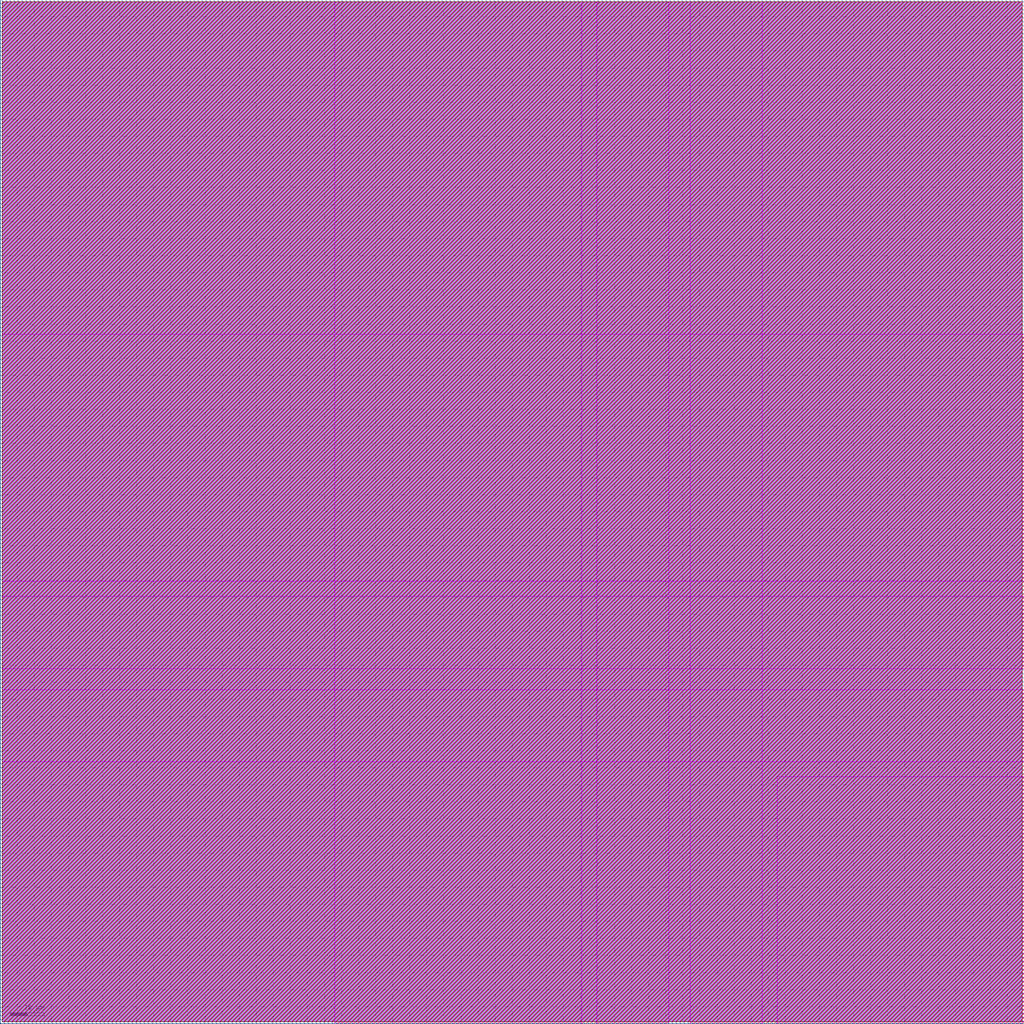
<source format=lef>
# LEF file generated by Abstract Generator version 5.5.10 on Jul 28 14:07:14 2004
#
# Contains LEF for all bins.
# Options:   [x] Antenna
#            [x] Geometry
#            [x] Technology

VERSION 5.4 ;
NAMESCASESENSITIVE ON ;
BUSBITCHARS "[]" ;
DIVIDERCHAR "/" ;
UNITS
  DATABASE MICRONS 1000 ;
END UNITS

USEMINSPACING OBS ON ;
USEMINSPACING PIN OFF ;
CLEARANCEMEASURE EUCLIDEAN ;


MANUFACTURINGGRID 0.05 ;

LAYER nwell
  TYPE	MASTERSLICE ;
END nwell

LAYER nactive
  TYPE	MASTERSLICE ;
END nactive

LAYER pactive
  TYPE	MASTERSLICE ;
END pactive

LAYER poly
  TYPE	MASTERSLICE ;
END poly

LAYER cc
  TYPE	CUT ;
  SPACING	0.45 ;
END cc

LAYER metal1
  TYPE		ROUTING ;
  DIRECTION	HORIZONTAL ;
  PITCH		1  ;
  OFFSET	0.5 ;
  WIDTH		0.3 ;
  SPACING	0.3 ;
  RESISTANCE	RPERSQ 0.08 ;
  CAPACITANCE	CPERSQDIST 3.8e-05 ;
  EDGECAPACITANCE 8.000000e-05 ;
END metal1

LAYER via
  TYPE	CUT ;
  SPACING	0.3 ;
END via

LAYER metal2
  TYPE		ROUTING ;
  DIRECTION	VERTICAL ;
  PITCH		0.8  ;
  OFFSET	0.4 ;
  WIDTH		0.3 ;
  SPACING	0.3 ;
  RESISTANCE	RPERSQ 0.08 ;
  CAPACITANCE	CPERSQDIST 1.9e-05 ;
  EDGECAPACITANCE 6.000000e-05 ;
END metal2

LAYER via2
  TYPE	CUT ;
  SPACING	0.3 ;
END via2

LAYER metal3
  TYPE		ROUTING ;
  DIRECTION	HORIZONTAL ;
  PITCH		1  ;
  OFFSET	0.5 ;
  WIDTH		0.3 ;
  SPACING	0.3 ;
  RESISTANCE	RPERSQ 0.08 ;
  CAPACITANCE	CPERSQDIST 1.3e-05 ;
  EDGECAPACITANCE 5.400000e-05 ;
END metal3

LAYER via3
  TYPE	CUT ;
  SPACING	0.4 ;
END via3

LAYER metal4
  TYPE		ROUTING ;
  DIRECTION	VERTICAL ;
  PITCH		0.8  ;
  OFFSET	0.4 ;
  WIDTH		0.3 ;
  SPACING	0.3 ;
  RESISTANCE	RPERSQ 0.07 ;
  CAPACITANCE	CPERSQDIST 8e-06 ;
  EDGECAPACITANCE 4.100000e-05 ;
END metal4

LAYER via4
  TYPE	CUT ;
  SPACING	0.3 ;
END via4

LAYER metal5
  TYPE		ROUTING ;
  DIRECTION	HORIZONTAL ;
  PITCH		1  ;
  OFFSET	0.5 ;
  WIDTH		0.3 ;
  SPACING	0.3 ;
  RESISTANCE	RPERSQ 0.07 ;
  CAPACITANCE	CPERSQDIST 8e-06 ;
  EDGECAPACITANCE 2.400000e-05 ;
END metal5

LAYER via5
  TYPE	CUT ;
  SPACING	0.4 ;
END via5

LAYER metal6
  TYPE		ROUTING ;
  DIRECTION	VERTICAL ;
  PITCH		1.6  ;
  OFFSET	0.8 ;
  WIDTH		0.5 ;
  SPACING	0.5 ;
  RESISTANCE	RPERSQ 0.03 ;
  CAPACITANCE	CPERSQDIST 3e-06 ;
  EDGECAPACITANCE 2.000000e-05 ;
END metal6

VIA M2_M1 DEFAULT
  LAYER metal1 ;
    RECT -0.200 -0.200 0.200 0.200 ;
  LAYER via ;
    RECT -0.100 -0.100 0.100 0.100 ;
  LAYER metal2 ;
    RECT -0.200 -0.200 0.200 0.200 ;
END M2_M1

VIA M3_M2 DEFAULT
  LAYER metal2 ;
    RECT -0.200 -0.200 0.200 0.200 ;
  LAYER via2 ;
    RECT -0.100 -0.100 0.100 0.100 ;
  LAYER metal3 ;
    RECT -0.200 -0.200 0.200 0.200 ;
END M3_M2

VIA M4_M3 DEFAULT
  LAYER metal3 ;
    RECT -0.200 -0.200 0.200 0.200 ;
  LAYER via3 ;
    RECT -0.100 -0.100 0.100 0.100 ;
  LAYER metal4 ;
    RECT -0.200 -0.200 0.200 0.200 ;
END M4_M3

VIA M5_M4 DEFAULT
  LAYER metal4 ;
    RECT -0.200 -0.200 0.200 0.200 ;
  LAYER via4 ;
    RECT -0.100 -0.100 0.100 0.100 ;
  LAYER metal5 ;
    RECT -0.200 -0.200 0.200 0.200 ;
END M5_M4

VIA M6_M5 DEFAULT
  LAYER metal5 ;
    RECT -0.25 -0.25 0.25 0.25 ;
  LAYER via5 ;
    RECT -0.15 -0.15 0.15 0.15 ;
  LAYER metal6 ;
    RECT -0.25 -0.25 0.25 0.25 ;
END M6_M5


VIARULE viagen21 GENERATE
  LAYER metal1 ;
    DIRECTION HORIZONTAL ;
    WIDTH 0.3 TO 60 ;
    OVERHANG 0.1 ;
    METALOVERHANG 0 ;
  LAYER metal2 ;
    DIRECTION VERTICAL ;
    WIDTH 0.3 TO 60 ;
    OVERHANG 0.1 ;
    METALOVERHANG 0 ;
  LAYER via ;
    RECT -0.1 -0.1 0.1 0.1 ;
    SPACING 0.5 BY 0.5 ;
END viagen21

VIARULE viagen32 GENERATE
  LAYER metal3 ;
    DIRECTION HORIZONTAL ;
    WIDTH 0.3 TO 60 ;
    OVERHANG 0.1 ;
    METALOVERHANG 0 ;
  LAYER metal2 ;
    DIRECTION VERTICAL ;
    WIDTH 0.3 TO 60 ;
    OVERHANG 0.1 ;
    METALOVERHANG 0 ;
  LAYER via2 ;
    RECT -0.1 -0.1 0.1 0.1 ;
    SPACING 0.5 BY 0.5 ;
END viagen32

VIARULE viagen43 GENERATE
  LAYER metal3 ;
    DIRECTION HORIZONTAL ;
    WIDTH 0.3 TO 60 ;
    OVERHANG 0.1 ;
    METALOVERHANG 0 ;
  LAYER metal4 ;
    DIRECTION VERTICAL ;
    WIDTH 0.3 TO 60 ;
    OVERHANG 0.1 ;
    METALOVERHANG 0 ;
  LAYER via3 ;
    RECT -0.1 -0.1 0.1 0.1 ;
    SPACING 0.6 BY 0.6 ;
END viagen43

VIARULE viagen54 GENERATE
  LAYER metal5 ;
    DIRECTION HORIZONTAL ;
    WIDTH 0.3 TO 60 ;
    OVERHANG 0.1 ;
    METALOVERHANG 0 ;
  LAYER metal4 ;
    DIRECTION VERTICAL ;
    WIDTH 0.3 TO 60 ;
    OVERHANG 0.1 ;
    METALOVERHANG 0 ;
  LAYER via4 ;
    RECT -0.1 -0.1 0.1 0.1 ;
    SPACING 0.5 BY 0.5 ;
END viagen54

VIARULE viagen65 GENERATE
  LAYER metal5 ;
    DIRECTION HORIZONTAL ;
    WIDTH 0.5 TO 60 ;
    OVERHANG 0.1 ;
    METALOVERHANG 0 ;
  LAYER metal6 ;
    DIRECTION VERTICAL ;
    WIDTH 0.5 TO 60 ;
    OVERHANG 0.1 ;
    METALOVERHANG 0 ;
  LAYER via5 ;
    RECT -0.15 -0.15 0.15 0.15 ;
    SPACING 0.7 BY 0.7 ;
END viagen65

VIARULE TURN1 GENERATE
  LAYER metal1 ;
    DIRECTION HORIZONTAL ;
  LAYER metal1 ;
    DIRECTION VERTICAL ;
END TURN1

VIARULE TURN2 GENERATE
  LAYER metal2 ;
    DIRECTION HORIZONTAL ;
  LAYER metal2 ;
    DIRECTION VERTICAL ;
END TURN2

VIARULE TURN3 GENERATE
  LAYER metal3 ;
    DIRECTION HORIZONTAL ;
  LAYER metal3 ;
    DIRECTION VERTICAL ;
END TURN3

VIARULE TURN4 GENERATE
  LAYER metal4 ;
    DIRECTION HORIZONTAL ;
  LAYER metal4 ;
    DIRECTION VERTICAL ;
END TURN4

VIARULE TURN5 GENERATE
  LAYER metal5 ;
    DIRECTION HORIZONTAL ;
  LAYER metal5 ;
    DIRECTION VERTICAL ;
END TURN5

VIARULE TURN6 GENERATE
  LAYER metal6 ;
    DIRECTION HORIZONTAL ;
  LAYER metal6 ;
    DIRECTION VERTICAL ;
END TURN6

SITE  core
    CLASS	CORE ;
    SYMMETRY	Y ;
    SIZE	0.800 BY 10.000 ;
END  core

MACRO FILL
  CLASS  CORE ;
  FOREIGN FILL 0.000 0.000 ;
  ORIGIN 0.000 0.000 ;
  SIZE 0.800 BY 10.000 ;
  SYMMETRY X Y  ;
  SITE core ;
  PIN gnd
    DIRECTION INOUT ;
    USE GROUND ;
    SHAPE ABUTMENT ;
    PORT
      LAYER metal1 ;
        RECT -0.200 -0.300 1.000 0.300 ;
    END
  END gnd
  PIN vdd
    DIRECTION INOUT ;
    USE POWER ;
    SHAPE ABUTMENT ;
    PORT
      LAYER metal1 ;
        RECT -0.200 9.700 1.000 10.300 ;
    END
  END vdd
END FILL

MACRO AND2X1
  CLASS  CORE ;
  FOREIGN AND2X1 0.000 0.000 ;
  ORIGIN 0.000 0.000 ;
  SIZE 3.200 BY 10.000 ;
  SYMMETRY X Y  ;
  SITE core ;
  PIN A
    DIRECTION INPUT ;
    PORT
      LAYER metal1 ;
        RECT 0.200 3.300 0.600 4.100 ;
    END
  END A
  PIN B
    DIRECTION INPUT ;
    PORT
      LAYER metal1 ;
        RECT 1.300 4.900 1.700 5.700 ;
        RECT 1.000 5.300 1.700 5.700 ;
    END
  END B
  PIN gnd
    DIRECTION INOUT ;
    USE GROUND ;
    SHAPE ABUTMENT ;
    PORT
      LAYER metal1 ;
        RECT 1.500 -0.300 1.900 2.600 ;
        RECT -0.200 -0.300 3.400 0.300 ;
    END
  END gnd
  PIN Y
    DIRECTION OUTPUT ;
    PORT
      LAYER metal1 ;
        RECT 2.600 6.300 3.000 6.700 ;
        RECT 2.600 7.400 3.000 9.400 ;
        RECT 2.700 1.600 3.000 9.400 ;
        RECT 2.300 0.600 2.700 1.900 ;
    END
  END Y
  PIN vdd
    DIRECTION INOUT ;
    USE POWER ;
    SHAPE ABUTMENT ;
    PORT
      LAYER metal1 ;
        RECT 0.200 7.400 0.600 10.300 ;
        RECT -0.200 9.700 3.400 10.300 ;
        RECT 1.800 7.400 2.200 10.300 ;
    END
  END vdd
  OBS 
      LAYER metal1 ;
        RECT 0.200 0.600 0.600 2.600 ;
        RECT 0.300 2.600 1.200 2.900 ;
        RECT 0.900 2.600 1.200 3.300 ;
        RECT 2.000 2.900 2.400 3.300 ;
        RECT 0.900 3.000 2.400 3.300 ;
        RECT 2.000 2.900 2.300 7.100 ;
        RECT 1.100 6.800 2.300 7.100 ;
        RECT 1.100 6.800 1.400 9.400 ;
        RECT 1.000 7.400 1.400 9.400 ;
  END 
END AND2X1

MACRO AND2X2
  CLASS  CORE ;
  FOREIGN AND2X2 0.000 0.000 ;
  ORIGIN 0.000 0.000 ;
  SIZE 3.200 BY 10.000 ;
  SYMMETRY X Y  ;
  SITE core ;
  PIN A
    DIRECTION INPUT ;
    PORT
      LAYER metal1 ;
        RECT 0.200 3.300 0.600 4.100 ;
    END
  END A
  PIN B
    DIRECTION INPUT ;
    PORT
      LAYER metal1 ;
        RECT 1.100 3.600 1.400 4.700 ;
        RECT 1.200 3.500 1.600 3.900 ;
        RECT 1.000 4.300 1.400 4.700 ;
    END
  END B
  PIN gnd
    DIRECTION INOUT ;
    USE GROUND ;
    SHAPE ABUTMENT ;
    PORT
      LAYER metal1 ;
        RECT 1.500 -0.300 1.900 2.500 ;
        RECT -0.200 -0.300 3.400 0.300 ;
    END
  END gnd
  PIN Y
    DIRECTION OUTPUT ;
    PORT
      LAYER metal1 ;
        RECT 2.600 4.300 3.000 4.700 ;
        RECT 2.600 5.400 3.000 9.400 ;
        RECT 2.700 2.100 3.000 9.400 ;
        RECT 2.300 0.600 2.700 2.600 ;
    END
  END Y
  PIN vdd
    DIRECTION INOUT ;
    USE POWER ;
    SHAPE ABUTMENT ;
    PORT
      LAYER metal1 ;
        RECT 0.200 7.400 0.600 10.300 ;
        RECT -0.200 9.700 3.400 10.300 ;
        RECT 1.800 5.600 2.200 10.300 ;
    END
  END vdd
  OBS 
      LAYER metal1 ;
        RECT 0.200 0.600 0.600 2.600 ;
        RECT 0.300 0.600 0.600 3.000 ;
        RECT 0.300 2.700 1.200 3.000 ;
        RECT 0.900 2.900 2.400 3.200 ;
        RECT 2.000 2.900 2.400 3.300 ;
        RECT 2.000 2.900 2.300 5.300 ;
        RECT 1.100 5.000 2.300 5.300 ;
        RECT 1.100 5.000 1.400 9.400 ;
        RECT 1.000 7.400 1.400 9.400 ;
  END 
END AND2X2

MACRO AOI21X1
  CLASS  CORE ;
  FOREIGN AOI21X1 0.000 0.000 ;
  ORIGIN 0.000 0.000 ;
  SIZE 3.200 BY 10.000 ;
  SYMMETRY X Y  ;
  SITE core ;
  PIN A
    DIRECTION INPUT ;
    PORT
      LAYER metal1 ;
        RECT 0.200 4.300 0.600 4.700 ;
        RECT 0.600 4.400 1.000 4.900 ;
    END
  END A
  PIN B
    DIRECTION INPUT ;
    PORT
      LAYER metal1 ;
        RECT 1.000 3.300 1.400 4.100 ;
    END
  END B
  PIN C
    DIRECTION INPUT ;
    PORT
      LAYER metal1 ;
        RECT 2.500 1.900 2.900 2.300 ;
        RECT 2.600 2.300 3.000 2.700 ;
    END
  END C
  PIN gnd
    DIRECTION INOUT ;
    USE GROUND ;
    SHAPE ABUTMENT ;
    PORT
      LAYER metal1 ;
        RECT 0.500 -0.300 0.900 2.600 ;
        RECT -0.200 -0.300 3.400 0.300 ;
        RECT 2.600 -0.300 3.000 1.600 ;
    END
  END gnd
  PIN Y
    DIRECTION OUTPUT ;
    PORT
      LAYER metal1 ;
        RECT 1.800 0.600 2.100 4.700 ;
        RECT 2.600 5.400 3.000 9.400 ;
        RECT 1.800 4.400 3.000 4.700 ;
        RECT 2.600 4.300 3.000 4.700 ;
        RECT 2.600 4.300 2.900 9.400 ;
        RECT 1.800 0.600 2.200 2.600 ;
    END
  END Y
  PIN vdd
    DIRECTION INOUT ;
    USE POWER ;
    SHAPE ABUTMENT ;
    PORT
      LAYER metal1 ;
        RECT 1.000 6.000 1.400 10.300 ;
        RECT -0.200 9.700 3.400 10.300 ;
    END
  END vdd
  OBS 
      LAYER metal1 ;
        RECT 0.200 5.400 2.200 5.700 ;
        RECT 0.200 5.400 0.600 9.400 ;
        RECT 1.800 5.400 2.200 9.400 ;
  END 
END AOI21X1

MACRO AOI22X1
  CLASS  CORE ;
  FOREIGN AOI22X1 0.000 0.000 ;
  ORIGIN 0.000 0.000 ;
  SIZE 4.000 BY 10.000 ;
  SYMMETRY X Y  ;
  SITE core ;
  PIN A
    DIRECTION INPUT ;
    PORT
      LAYER metal1 ;
        RECT 0.200 4.300 0.600 4.700 ;
        RECT 0.600 4.400 1.000 4.900 ;
    END
  END A
  PIN B
    DIRECTION INPUT ;
    PORT
      LAYER metal1 ;
        RECT 1.000 3.300 1.400 4.100 ;
    END
  END B
  PIN C
    DIRECTION INPUT ;
    PORT
      LAYER metal1 ;
        RECT 3.400 4.300 3.800 5.100 ;
    END
  END C
  PIN D
    DIRECTION INPUT ;
    PORT
      LAYER metal1 ;
        RECT 2.600 3.300 2.900 4.300 ;
        RECT 2.600 3.300 3.000 3.700 ;
        RECT 2.500 3.900 2.900 4.300 ;
    END
  END D
  PIN gnd
    DIRECTION INOUT ;
    USE GROUND ;
    SHAPE ABUTMENT ;
    PORT
      LAYER metal1 ;
        RECT 0.400 -0.300 0.800 2.600 ;
        RECT -0.200 -0.300 4.200 0.300 ;
        RECT 3.400 -0.300 3.800 2.600 ;
    END
  END gnd
  PIN Y
    DIRECTION OUTPUT ;
    PORT
      LAYER metal1 ;
        RECT 1.800 4.300 2.200 4.700 ;
        RECT 2.600 5.400 3.000 8.800 ;
        RECT 2.600 4.800 2.900 8.800 ;
        RECT 1.900 4.800 2.900 5.100 ;
        RECT 1.700 0.600 2.500 2.600 ;
        RECT 1.900 0.600 2.200 5.100 ;
    END
  END Y
  PIN vdd
    DIRECTION INOUT ;
    USE POWER ;
    SHAPE ABUTMENT ;
    PORT
      LAYER metal1 ;
        RECT 1.000 6.000 1.400 10.300 ;
        RECT -0.200 9.700 4.200 10.300 ;
    END
  END vdd
  OBS 
      LAYER metal1 ;
        RECT 0.200 5.400 2.200 5.700 ;
        RECT 1.800 5.400 2.200 9.400 ;
        RECT 0.200 5.400 0.600 9.400 ;
        RECT 3.400 5.400 3.800 9.400 ;
        RECT 1.800 9.100 3.800 9.400 ;
  END 
END AOI22X1

MACRO BUFX2
  CLASS  CORE ;
  FOREIGN BUFX2 0.000 0.000 ;
  ORIGIN 0.000 0.000 ;
  SIZE 2.400 BY 10.000 ;
  SYMMETRY X Y  ;
  SITE core ;
  PIN A
    DIRECTION INPUT ;
    PORT
      LAYER metal1 ;
        RECT 0.200 3.900 0.600 4.700 ;
    END
  END A
  PIN gnd
    DIRECTION INOUT ;
    USE GROUND ;
    SHAPE ABUTMENT ;
    PORT
      LAYER metal1 ;
        RECT 1.000 -0.300 1.400 2.600 ;
        RECT -0.200 -0.300 2.600 0.300 ;
    END
  END gnd
  PIN Y
    DIRECTION OUTPUT ;
    PORT
      LAYER metal1 ;
        RECT 1.800 0.600 2.200 4.300 ;
        RECT 1.800 5.400 2.200 9.400 ;
        RECT 1.900 0.600 2.200 9.400 ;
    END
  END Y
  PIN vdd
    DIRECTION INOUT ;
    USE POWER ;
    SHAPE ABUTMENT ;
    PORT
      LAYER metal1 ;
        RECT 1.000 6.000 1.400 10.300 ;
        RECT -0.200 9.700 2.600 10.300 ;
    END
  END vdd
  OBS 
      LAYER metal1 ;
        RECT 0.200 0.600 0.600 3.200 ;
        RECT 0.200 2.900 1.300 3.200 ;
        RECT 1.000 4.700 1.600 5.100 ;
        RECT 1.000 2.900 1.300 5.700 ;
        RECT 0.200 5.400 1.300 5.700 ;
        RECT 0.200 5.400 0.600 9.400 ;
  END 
END BUFX2

MACRO BUFX4
  CLASS  CORE ;
  FOREIGN BUFX4 0.000 0.000 ;
  ORIGIN 0.000 0.000 ;
  SIZE 3.200 BY 10.000 ;
  SYMMETRY X Y  ;
  SITE core ;
  PIN A
    DIRECTION INPUT ;
    PORT
      LAYER metal1 ;
        RECT 0.300 3.900 0.700 4.700 ;
        RECT 0.200 4.300 0.700 4.700 ;
    END
  END A
  PIN gnd
    DIRECTION INOUT ;
    USE GROUND ;
    SHAPE ABUTMENT ;
    PORT
      LAYER metal1 ;
        RECT 1.000 -0.300 1.400 2.600 ;
        RECT -0.200 -0.300 3.400 0.300 ;
        RECT 2.600 -0.300 3.000 2.600 ;
    END
  END gnd
  PIN Y
    DIRECTION OUTPUT ;
    PORT
      LAYER metal1 ;
        RECT 1.800 0.600 2.200 2.600 ;
        RECT 2.000 2.300 2.300 5.900 ;
        RECT 1.800 5.400 2.200 9.400 ;
        RECT 1.800 3.300 2.300 3.700 ;
    END
  END Y
  PIN vdd
    DIRECTION INOUT ;
    USE POWER ;
    SHAPE ABUTMENT ;
    PORT
      LAYER metal1 ;
        RECT 1.000 6.000 1.400 10.300 ;
        RECT -0.200 9.700 3.400 10.300 ;
        RECT 2.600 5.400 3.000 10.300 ;
    END
  END vdd
  OBS 
      LAYER metal1 ;
        RECT 0.200 0.600 0.600 3.200 ;
        RECT 0.200 2.900 1.500 3.200 ;
        RECT 1.200 4.000 1.700 4.400 ;
        RECT 1.200 2.900 1.500 5.700 ;
        RECT 0.200 5.400 1.500 5.700 ;
        RECT 0.200 5.400 0.600 9.400 ;
  END 
END BUFX4

MACRO DFFNEGX1
  CLASS  CORE ;
  FOREIGN DFFNEGX1 0.000 0.000 ;
  ORIGIN 0.000 0.000 ;
  SIZE 9.600 BY 10.000 ;
  SYMMETRY X Y  ;
  SITE core ;
  PIN Q
    DIRECTION OUTPUT ;
    PORT
      LAYER metal1 ;
        RECT 7.300 4.700 7.700 5.100 ;
        RECT 9.000 0.600 9.400 9.400 ;
        RECT 7.300 4.800 9.400 5.100 ;
        RECT 7.500 2.800 9.400 3.100 ;
        RECT 7.500 2.700 7.900 3.100 ;
    END
  END Q
  PIN CLK
    DIRECTION INPUT ;
    USE CLOCK ;
    PORT
      LAYER metal2 ;
        RECT 2.600 3.400 3.000 6.700 ;
      LAYER via ;
        RECT 2.700 6.400 2.900 6.600 ;
        RECT 2.700 3.500 2.900 3.700 ;
      LAYER metal1 ;
        RECT 2.600 6.300 3.000 6.700 ;
        RECT 0.600 3.400 6.400 3.700 ;
        RECT 6.000 3.300 6.400 3.700 ;
        RECT 2.600 3.400 3.000 3.800 ;
        RECT 2.100 2.300 2.500 2.700 ;
        RECT 2.000 2.700 2.400 3.700 ;
        RECT 0.600 3.300 1.400 3.700 ;
        RECT 2.700 6.700 3.100 7.100 ;
    END
  END CLK
  PIN D
    DIRECTION INPUT ;
    PORT
      LAYER metal1 ;
        RECT 1.400 4.200 1.800 4.600 ;
        RECT 3.400 4.300 3.800 4.700 ;
        RECT 1.400 4.300 3.800 4.600 ;
    END
  END D
  PIN gnd
    DIRECTION INOUT ;
    USE GROUND ;
    SHAPE ABUTMENT ;
    PORT
      LAYER metal1 ;
        RECT 1.000 -0.300 1.400 2.600 ;
        RECT -0.200 -0.300 9.800 0.300 ;
        RECT 8.200 -0.300 8.600 2.500 ;
        RECT 5.400 -0.300 5.800 1.600 ;
        RECT 3.700 -0.300 4.200 1.600 ;
    END
  END gnd
  PIN vdd
    DIRECTION INOUT ;
    USE POWER ;
    SHAPE ABUTMENT ;
    PORT
      LAYER metal1 ;
        RECT 1.000 5.500 1.400 10.300 ;
        RECT -0.200 9.700 9.800 10.300 ;
        RECT 8.200 5.400 8.600 10.300 ;
        RECT 5.400 7.400 5.800 10.300 ;
        RECT 3.800 7.400 4.200 10.300 ;
    END
  END vdd
  OBS 
      LAYER metal2 ;
        RECT 0.200 2.600 0.600 5.400 ;
        RECT 1.800 1.600 2.200 5.000 ;
        RECT 1.800 1.600 2.100 7.400 ;
        RECT 1.800 5.400 2.200 7.400 ;
        RECT 6.600 1.600 7.000 5.700 ;
        RECT 6.600 1.600 6.900 7.400 ;
        RECT 6.600 6.100 7.000 7.400 ;
      LAYER metal1 ;
        RECT 0.200 0.600 0.600 3.000 ;
        RECT 1.800 7.000 2.200 7.700 ;
        RECT 1.800 7.400 2.800 7.700 ;
        RECT 2.400 7.400 2.800 9.400 ;
        RECT 2.400 0.600 2.800 1.600 ;
        RECT 1.800 1.300 2.800 1.600 ;
        RECT 1.800 1.300 2.200 2.000 ;
        RECT 1.800 5.700 4.500 6.000 ;
        RECT 1.800 5.700 2.200 6.100 ;
        RECT 4.100 5.700 4.500 6.100 ;
        RECT 4.600 0.600 5.000 1.600 ;
        RECT 4.600 0.600 4.900 2.200 ;
        RECT 3.500 1.900 4.900 2.200 ;
        RECT 3.500 1.900 3.900 2.300 ;
        RECT 3.500 6.700 3.900 7.100 ;
        RECT 4.900 6.700 5.300 7.100 ;
        RECT 3.500 6.800 5.300 7.100 ;
        RECT 4.600 6.800 4.900 9.400 ;
        RECT 4.600 7.400 5.000 9.400 ;
        RECT 6.600 7.000 7.000 7.400 ;
        RECT 6.700 7.400 7.300 9.400 ;
        RECT 0.200 4.900 2.500 5.200 ;
        RECT 2.100 5.100 5.700 5.400 ;
        RECT 5.400 5.100 5.700 6.100 ;
        RECT 5.400 5.700 7.300 6.000 ;
        RECT 5.400 5.700 5.900 6.100 ;
        RECT 6.900 5.700 7.300 6.100 ;
        RECT 0.200 4.900 0.600 9.400 ;
        RECT 6.700 0.600 7.300 1.600 ;
        RECT 6.600 1.300 7.000 2.000 ;
        RECT 6.600 4.000 7.000 4.400 ;
        RECT 6.600 4.100 8.500 4.400 ;
        RECT 8.100 4.100 8.500 4.500 ;
      LAYER via ;
        RECT 0.300 5.100 0.500 5.300 ;
        RECT 0.300 2.700 0.500 2.900 ;
        RECT 1.900 7.100 2.100 7.300 ;
        RECT 1.900 5.800 2.100 6.000 ;
        RECT 1.900 1.700 2.100 1.900 ;
        RECT 6.700 7.100 6.900 7.300 ;
        RECT 6.700 4.100 6.900 4.300 ;
        RECT 6.700 1.700 6.900 1.900 ;
  END 
END DFFNEGX1

MACRO NOR3X1
  CLASS  CORE ;
  FOREIGN NOR3X1 0.000 0.000 ;
  ORIGIN 0.000 0.000 ;
  SIZE 6.400 BY 10.000 ;
  SYMMETRY X Y  ;
  SITE core ;
  PIN A
    DIRECTION INPUT ;
    PORT
      LAYER metal1 ;
        RECT 1.000 2.300 1.900 2.700 ;
    END
  END A
  PIN B
    DIRECTION INPUT ;
    PORT
      LAYER metal1 ;
        RECT 1.800 3.300 2.600 3.700 ;
    END
  END B
  PIN C
    DIRECTION INPUT ;
    PORT
      LAYER metal1 ;
        RECT 2.600 4.300 3.400 4.700 ;
    END
  END C
  PIN gnd
    DIRECTION INOUT ;
    USE GROUND ;
    SHAPE ABUTMENT ;
    PORT
      LAYER metal1 ;
        RECT 1.000 -0.300 1.400 1.600 ;
        RECT -0.200 -0.300 6.600 0.300 ;
        RECT 2.600 -0.300 3.000 1.400 ;
    END
  END gnd
  PIN Y
    DIRECTION OUTPUT ;
    PORT
      LAYER metal1 ;
        RECT 1.800 0.600 2.200 1.600 ;
        RECT 5.000 6.000 5.400 8.800 ;
        RECT 5.000 5.300 5.400 5.700 ;
        RECT 5.000 5.300 5.300 8.800 ;
        RECT 3.700 5.300 5.400 5.600 ;
        RECT 3.700 1.600 4.000 5.600 ;
        RECT 3.400 0.600 3.800 2.000 ;
        RECT 2.000 1.700 4.000 2.000 ;
        RECT 2.000 1.300 2.300 2.000 ;
    END
  END Y
  PIN vdd
    DIRECTION INOUT ;
    USE POWER ;
    SHAPE ABUTMENT ;
    PORT
      LAYER metal1 ;
        RECT 1.000 6.400 1.400 10.300 ;
        RECT -0.200 9.700 6.600 10.300 ;
    END
  END vdd
  OBS 
      LAYER metal1 ;
        RECT 0.300 5.800 2.100 6.100 ;
        RECT 1.800 5.800 2.100 9.400 ;
        RECT 1.800 6.400 2.200 9.400 ;
        RECT 0.300 5.800 0.600 9.400 ;
        RECT 0.200 6.400 0.600 9.400 ;
        RECT 3.400 6.500 3.800 9.400 ;
        RECT 1.800 9.100 3.800 9.400 ;
        RECT 2.700 5.900 4.500 6.200 ;
        RECT 2.700 5.900 3.000 8.800 ;
        RECT 2.600 6.400 3.000 8.800 ;
        RECT 4.200 6.000 4.600 9.000 ;
        RECT 5.800 6.000 6.200 9.000 ;
        RECT 4.300 6.000 4.600 9.400 ;
        RECT 5.800 6.000 6.100 9.400 ;
        RECT 4.300 9.100 6.100 9.400 ;
  END 
END NOR3X1

MACRO DFFPOSX1
  CLASS  CORE ;
  FOREIGN DFFPOSX1 0.000 0.000 ;
  ORIGIN 0.000 0.000 ;
  SIZE 9.600 BY 10.000 ;
  SYMMETRY X Y  ;
  SITE core ;
  PIN Q
    DIRECTION OUTPUT ;
    PORT
      LAYER metal1 ;
        RECT 7.300 4.700 7.700 5.100 ;
        RECT 9.000 0.600 9.400 9.400 ;
        RECT 7.300 4.800 9.400 5.100 ;
        RECT 7.500 2.800 9.400 3.100 ;
        RECT 7.500 2.700 7.900 3.100 ;
    END
  END Q
  PIN CLK
    DIRECTION INPUT ;
    USE CLOCK ;
    PORT
      LAYER metal1 ;
        RECT 0.600 3.300 1.400 3.700 ;
        RECT 6.700 6.100 7.400 6.500 ;
        RECT 6.700 5.300 7.000 6.500 ;
        RECT 5.800 5.300 7.000 5.600 ;
        RECT 5.800 3.400 6.100 5.600 ;
        RECT 5.500 3.300 5.900 3.700 ;
        RECT 0.600 3.400 6.100 3.700 ;
        RECT 2.700 1.900 3.000 3.700 ;
        RECT 2.600 1.900 3.000 2.300 ;
        RECT 2.100 3.400 2.500 3.800 ;
    END
  END CLK
  PIN D
    DIRECTION INPUT ;
    PORT
      LAYER metal1 ;
        RECT 1.300 4.200 1.700 4.600 ;
        RECT 3.400 4.300 3.800 4.700 ;
        RECT 1.300 4.300 3.800 4.600 ;
    END
  END D
  PIN gnd
    DIRECTION INOUT ;
    USE GROUND ;
    SHAPE ABUTMENT ;
    PORT
      LAYER metal1 ;
        RECT 1.000 -0.300 1.400 2.600 ;
        RECT -0.200 -0.300 9.800 0.300 ;
        RECT 8.200 -0.300 8.600 2.500 ;
        RECT 5.400 -0.300 5.800 1.600 ;
        RECT 3.700 -0.300 4.200 1.600 ;
    END
  END gnd
  PIN vdd
    DIRECTION INOUT ;
    USE POWER ;
    SHAPE ABUTMENT ;
    PORT
      LAYER metal1 ;
        RECT 1.000 5.500 1.400 10.300 ;
        RECT -0.200 9.700 9.800 10.300 ;
        RECT 8.200 5.400 8.600 10.300 ;
        RECT 5.400 7.400 5.800 10.300 ;
        RECT 3.800 7.400 4.200 10.300 ;
    END
  END vdd
  OBS 
      LAYER metal2 ;
        RECT 0.200 2.600 0.600 5.400 ;
        RECT 1.800 1.600 2.200 7.400 ;
        RECT 6.600 1.600 7.000 7.400 ;
      LAYER metal1 ;
        RECT 0.200 0.600 0.600 3.000 ;
        RECT 1.800 7.000 2.200 7.700 ;
        RECT 1.800 7.400 2.800 7.700 ;
        RECT 2.400 7.400 2.800 9.400 ;
        RECT 2.400 0.600 2.800 1.600 ;
        RECT 1.800 1.300 2.800 1.600 ;
        RECT 1.800 1.300 2.200 2.000 ;
        RECT 1.800 5.700 4.500 6.000 ;
        RECT 1.800 5.700 2.200 6.100 ;
        RECT 4.100 5.700 4.500 6.100 ;
        RECT 4.600 0.600 5.000 1.600 ;
        RECT 4.600 0.600 4.900 2.200 ;
        RECT 3.500 1.900 4.900 2.200 ;
        RECT 3.500 1.900 3.900 2.300 ;
        RECT 3.500 6.700 3.900 7.100 ;
        RECT 4.900 6.700 5.300 7.100 ;
        RECT 3.500 6.800 5.300 7.100 ;
        RECT 4.600 6.800 4.900 9.400 ;
        RECT 4.600 7.400 5.000 9.400 ;
        RECT 0.200 5.000 3.100 5.200 ;
        RECT 0.200 4.900 3.000 5.200 ;
        RECT 2.700 5.100 5.100 5.400 ;
        RECT 4.800 5.100 5.100 6.300 ;
        RECT 5.500 5.900 5.900 6.300 ;
        RECT 4.800 6.000 5.900 6.300 ;
        RECT 0.200 4.900 0.600 9.400 ;
        RECT 6.600 7.000 7.000 7.400 ;
        RECT 6.700 7.400 7.300 9.400 ;
        RECT 6.700 0.600 7.300 1.600 ;
        RECT 6.600 1.300 7.000 2.000 ;
        RECT 6.600 4.000 7.000 4.400 ;
        RECT 6.600 4.100 8.500 4.400 ;
        RECT 8.100 4.100 8.500 4.500 ;
      LAYER via ;
        RECT 0.300 5.100 0.500 5.300 ;
        RECT 0.300 2.700 0.500 2.900 ;
        RECT 1.900 7.100 2.100 7.300 ;
        RECT 1.900 5.800 2.100 6.000 ;
        RECT 1.900 1.700 2.100 1.900 ;
        RECT 6.700 7.100 6.900 7.300 ;
        RECT 6.700 4.100 6.900 4.300 ;
        RECT 6.700 1.700 6.900 1.900 ;
  END 
END DFFPOSX1

MACRO FAX1
  CLASS  CORE ;
  FOREIGN FAX1 0.000 0.000 ;
  ORIGIN 0.000 0.000 ;
  SIZE 12.000 BY 10.000 ;
  SYMMETRY X Y  ;
  SITE core ;
  PIN YC
    DIRECTION OUTPUT ;
    PORT
      LAYER metal1 ;
        RECT 11.400 0.600 11.800 1.600 ;
        RECT 11.400 7.400 11.800 9.400 ;
        RECT 11.500 0.600 11.800 9.400 ;
        RECT 11.400 3.300 11.800 3.700 ;
    END
  END YC
  PIN YS
    DIRECTION OUTPUT ;
    PORT
      LAYER metal1 ;
        RECT 9.800 0.600 10.200 1.600 ;
        RECT 10.400 2.300 11.000 2.700 ;
        RECT 9.700 4.600 10.700 4.900 ;
        RECT 10.400 1.900 10.700 4.900 ;
        RECT 9.900 1.900 10.700 2.200 ;
        RECT 9.800 7.400 10.200 9.400 ;
        RECT 9.900 0.600 10.200 2.200 ;
        RECT 9.700 4.600 10.000 7.700 ;
    END
  END YS
  PIN A
    DIRECTION INPUT ;
    PORT
      LAYER metal1 ;
        RECT 0.300 3.000 1.000 3.300 ;
        RECT 8.900 3.400 9.300 3.800 ;
        RECT 8.900 2.800 9.200 3.800 ;
        RECT 3.700 2.800 9.200 3.100 ;
        RECT 0.300 3.000 4.100 3.200 ;
        RECT 0.600 2.900 9.200 3.100 ;
        RECT 0.200 3.300 0.600 3.700 ;
    END
  END A
  PIN B
    DIRECTION INPUT ;
    PORT
      LAYER metal1 ;
        RECT 1.100 3.600 1.400 4.700 ;
        RECT 8.000 3.400 8.400 3.800 ;
        RECT 4.700 3.400 8.400 3.700 ;
        RECT 1.100 3.600 5.100 3.800 ;
        RECT 1.400 3.500 8.400 3.700 ;
        RECT 2.900 3.500 3.300 3.900 ;
        RECT 1.100 3.600 1.800 3.900 ;
        RECT 1.000 4.300 1.400 4.700 ;
    END
  END B
  PIN C
    DIRECTION INPUT ;
    PORT
      LAYER metal1 ;
        RECT 1.800 4.300 2.600 4.700 ;
        RECT 7.200 4.000 7.600 4.400 ;
        RECT 5.200 4.100 7.600 4.400 ;
        RECT 1.800 4.300 5.900 4.500 ;
        RECT 1.800 4.300 5.500 4.600 ;
    END
  END C
  PIN gnd
    DIRECTION INOUT ;
    USE GROUND ;
    SHAPE ABUTMENT ;
    PORT
      LAYER metal1 ;
        RECT 1.000 -0.300 1.400 2.000 ;
        RECT -0.200 -0.300 12.200 0.300 ;
        RECT 10.600 -0.300 11.000 1.600 ;
        RECT 9.000 -0.300 9.400 2.500 ;
        RECT 5.500 -0.300 5.900 1.900 ;
        RECT 3.900 -0.300 4.300 2.400 ;
    END
  END gnd
  PIN vdd
    DIRECTION INOUT ;
    USE POWER ;
    SHAPE ABUTMENT ;
    PORT
      LAYER metal1 ;
        RECT 1.000 6.000 1.400 10.300 ;
        RECT -0.200 9.700 12.200 10.300 ;
        RECT 10.600 7.400 11.000 10.300 ;
        RECT 9.000 4.600 9.400 10.300 ;
        RECT 5.500 6.400 5.900 10.300 ;
        RECT 3.900 5.400 4.300 10.300 ;
    END
  END vdd
  OBS 
      LAYER metal2 ;
        RECT 7.200 2.100 7.600 2.500 ;
        RECT 7.300 3.900 10.100 4.200 ;
        RECT 9.700 3.900 10.100 4.300 ;
        RECT 7.300 2.100 7.600 5.100 ;
        RECT 7.200 4.700 7.600 5.100 ;
        RECT 2.600 2.200 3.000 2.600 ;
        RECT 6.000 4.800 6.400 5.700 ;
        RECT 10.400 5.300 10.800 5.700 ;
        RECT 2.600 5.400 10.800 5.700 ;
        RECT 2.700 2.200 3.000 5.800 ;
        RECT 2.600 5.400 3.000 5.800 ;
      LAYER metal1 ;
        RECT 0.200 5.400 2.200 5.700 ;
        RECT 0.200 5.400 0.600 9.400 ;
        RECT 1.800 5.400 2.200 9.400 ;
        RECT 0.200 0.600 0.600 2.600 ;
        RECT 1.800 0.600 2.200 2.600 ;
        RECT 0.200 2.300 2.200 2.600 ;
        RECT 2.600 5.400 3.000 9.400 ;
        RECT 2.600 0.600 3.000 2.600 ;
        RECT 4.700 5.800 6.700 6.100 ;
        RECT 4.700 5.400 5.100 9.400 ;
        RECT 6.300 5.800 6.700 9.400 ;
        RECT 4.700 0.600 5.100 2.500 ;
        RECT 6.300 0.600 6.700 2.500 ;
        RECT 4.700 2.200 6.700 2.500 ;
        RECT 6.400 4.700 6.800 5.100 ;
        RECT 6.000 4.800 6.400 5.200 ;
        RECT 7.200 4.700 7.600 9.400 ;
        RECT 7.100 5.100 7.600 9.400 ;
        RECT 7.100 0.600 7.600 2.100 ;
        RECT 7.200 0.600 7.600 2.500 ;
        RECT 9.700 3.500 10.100 4.300 ;
        RECT 10.400 5.300 11.200 5.700 ;
      LAYER via ;
        RECT 2.700 5.500 2.900 5.700 ;
        RECT 2.700 2.300 2.900 2.500 ;
        RECT 6.100 4.900 6.300 5.100 ;
        RECT 7.300 4.800 7.500 5.000 ;
        RECT 7.300 2.200 7.500 2.400 ;
        RECT 9.800 4.000 10.000 4.200 ;
        RECT 10.500 5.400 10.700 5.600 ;
  END 
END FAX1

MACRO HAX1
  CLASS  CORE ;
  FOREIGN HAX1 0.000 0.000 ;
  ORIGIN 0.000 0.000 ;
  SIZE 8.000 BY 10.000 ;
  SYMMETRY X Y  ;
  SITE core ;
  PIN YC
    DIRECTION OUTPUT ;
    PORT
      LAYER metal2 ;
        RECT 2.300 1.600 3.000 2.000 ;
        RECT 2.600 4.200 3.000 4.600 ;
        RECT 2.700 1.600 3.000 4.600 ;
      LAYER via ;
        RECT 2.400 1.700 2.600 1.900 ;
        RECT 2.700 4.300 2.900 4.500 ;
      LAYER metal1 ;
        RECT 2.300 0.600 2.700 2.000 ;
        RECT 2.600 4.200 3.000 9.400 ;
    END
  END YC
  PIN YS
    DIRECTION OUTPUT ;
    PORT
      LAYER metal1 ;
        RECT 6.600 5.300 7.000 5.700 ;
        RECT 7.100 7.400 7.500 9.400 ;
        RECT 7.200 6.800 7.500 9.400 ;
        RECT 6.700 2.000 7.500 2.300 ;
        RECT 7.200 0.600 7.500 2.300 ;
        RECT 6.700 6.800 7.500 7.100 ;
        RECT 7.100 0.600 7.500 1.600 ;
        RECT 6.700 2.000 7.000 7.100 ;
    END
  END YS
  PIN A
    DIRECTION INPUT ;
    PORT
      LAYER metal1 ;
        RECT 0.200 3.000 0.600 3.700 ;
        RECT 5.000 3.300 5.400 3.700 ;
        RECT 4.200 3.300 5.400 3.600 ;
        RECT 0.200 3.000 4.500 3.300 ;
        RECT 0.400 2.900 0.800 3.300 ;
    END
  END A
  PIN B
    DIRECTION INPUT ;
    PORT
      LAYER metal1 ;
        RECT 1.100 4.000 1.500 4.300 ;
        RECT 4.200 3.900 4.600 4.300 ;
        RECT 3.600 3.900 4.600 4.200 ;
        RECT 1.200 3.600 3.900 3.900 ;
        RECT 1.200 3.600 1.600 4.000 ;
        RECT 1.000 4.300 1.400 4.700 ;
    END
  END B
  PIN gnd
    DIRECTION INOUT ;
    USE GROUND ;
    SHAPE ABUTMENT ;
    PORT
      LAYER metal1 ;
        RECT 0.200 -0.300 0.600 2.600 ;
        RECT -0.200 -0.300 8.200 0.300 ;
        RECT 6.300 -0.300 6.700 1.600 ;
        RECT 3.100 -0.300 3.500 2.500 ;
    END
  END gnd
  PIN vdd
    DIRECTION INOUT ;
    USE POWER ;
    SHAPE ABUTMENT ;
    PORT
      LAYER metal1 ;
        RECT 1.000 7.600 1.400 10.300 ;
        RECT -0.200 9.700 8.200 10.300 ;
        RECT 6.300 7.400 6.700 10.300 ;
        RECT 5.500 5.400 5.900 10.300 ;
        RECT 3.400 7.400 3.800 10.300 ;
    END
  END vdd
  OBS 
      LAYER metal2 ;
        RECT 1.900 2.300 2.300 2.700 ;
        RECT 1.900 2.300 2.200 4.600 ;
        RECT 1.900 4.200 2.300 4.600 ;
      LAYER metal1 ;
        RECT 1.900 4.200 2.300 4.600 ;
        RECT 0.300 7.000 2.200 7.300 ;
        RECT 0.300 7.000 0.600 9.400 ;
        RECT 0.200 7.400 0.600 9.400 ;
        RECT 1.900 4.200 2.200 9.400 ;
        RECT 1.800 7.000 2.200 9.400 ;
        RECT 1.500 0.600 1.900 2.600 ;
        RECT 1.900 2.300 2.800 2.700 ;
        RECT 3.900 0.600 5.900 0.900 ;
        RECT 5.500 0.600 5.900 2.400 ;
        RECT 3.900 0.600 4.300 2.600 ;
        RECT 4.700 1.200 5.100 2.600 ;
        RECT 4.800 1.200 5.100 3.000 ;
        RECT 4.800 2.700 6.300 3.000 ;
        RECT 5.700 2.700 6.300 3.100 ;
        RECT 5.700 2.700 6.000 5.100 ;
        RECT 4.300 4.800 6.000 5.100 ;
        RECT 4.300 4.800 4.600 9.400 ;
        RECT 4.200 5.400 4.600 9.400 ;
      LAYER via ;
        RECT 2.000 4.300 2.200 4.500 ;
        RECT 2.000 2.400 2.200 2.600 ;
  END 
END HAX1

MACRO INVX1
  CLASS  CORE ;
  FOREIGN INVX1 0.000 0.000 ;
  ORIGIN 0.000 0.000 ;
  SIZE 1.600 BY 10.000 ;
  SYMMETRY X Y  ;
  SITE core ;
  PIN A
    DIRECTION INPUT ;
    PORT
      LAYER metal1 ;
        RECT 0.200 1.900 0.600 2.700 ;
    END
  END A
  PIN gnd
    DIRECTION INOUT ;
    USE GROUND ;
    SHAPE ABUTMENT ;
    PORT
      LAYER metal1 ;
        RECT 0.200 -0.300 0.600 1.600 ;
        RECT -0.200 -0.300 1.800 0.300 ;
    END
  END gnd
  PIN Y
    DIRECTION OUTPUT ;
    PORT
      LAYER metal1 ;
        RECT 1.000 0.600 1.400 9.400 ;
    END
  END Y
  PIN vdd
    DIRECTION INOUT ;
    USE POWER ;
    SHAPE ABUTMENT ;
    PORT
      LAYER metal1 ;
        RECT 0.200 7.400 0.600 10.300 ;
        RECT -0.200 9.700 1.800 10.300 ;
    END
  END vdd
END INVX1

MACRO INVX2
  CLASS  CORE ;
  FOREIGN INVX2 0.000 0.000 ;
  ORIGIN 0.000 0.000 ;
  SIZE 1.600 BY 10.000 ;
  SYMMETRY X Y  ;
  SITE core ;
  PIN A
    DIRECTION INPUT ;
    PORT
      LAYER metal1 ;
        RECT 0.200 2.900 0.600 3.700 ;
    END
  END A
  PIN gnd
    DIRECTION INOUT ;
    USE GROUND ;
    SHAPE ABUTMENT ;
    PORT
      LAYER metal1 ;
        RECT 0.200 -0.300 0.600 2.600 ;
        RECT -0.200 -0.300 1.800 0.300 ;
    END
  END gnd
  PIN Y
    DIRECTION OUTPUT ;
    PORT
      LAYER metal1 ;
        RECT 1.000 0.600 1.400 9.400 ;
    END
  END Y
  PIN vdd
    DIRECTION INOUT ;
    USE POWER ;
    SHAPE ABUTMENT ;
    PORT
      LAYER metal1 ;
        RECT 0.200 5.400 0.600 10.300 ;
        RECT -0.200 9.700 1.800 10.300 ;
    END
  END vdd
END INVX2

MACRO INVX4
  CLASS  CORE ;
  FOREIGN INVX4 0.000 0.000 ;
  ORIGIN 0.000 0.000 ;
  SIZE 2.400 BY 10.000 ;
  SYMMETRY X Y  ;
  SITE core ;
  PIN A
    DIRECTION INPUT ;
    PORT
      LAYER metal1 ;
        RECT 0.200 2.900 0.600 3.700 ;
    END
  END A
  PIN gnd
    DIRECTION INOUT ;
    USE GROUND ;
    SHAPE ABUTMENT ;
    PORT
      LAYER metal1 ;
        RECT 0.200 -0.300 0.600 2.600 ;
        RECT -0.200 -0.300 2.600 0.300 ;
        RECT 1.800 -0.300 2.200 2.600 ;
    END
  END gnd
  PIN Y
    DIRECTION OUTPUT ;
    PORT
      LAYER metal1 ;
        RECT 1.000 0.600 1.400 9.400 ;
    END
  END Y
  PIN vdd
    DIRECTION INOUT ;
    USE POWER ;
    SHAPE ABUTMENT ;
    PORT
      LAYER metal1 ;
        RECT 0.200 5.400 0.600 10.300 ;
        RECT -0.200 9.700 2.600 10.300 ;
        RECT 1.800 5.400 2.200 10.300 ;
    END
  END vdd
END INVX4

MACRO INVX8
  CLASS  CORE ;
  FOREIGN INVX8 0.000 0.000 ;
  ORIGIN 0.000 0.000 ;
  SIZE 4.000 BY 10.000 ;
  SYMMETRY X Y  ;
  SITE core ;
  PIN A
    DIRECTION INPUT ;
    PORT
      LAYER metal1 ;
        RECT 0.200 2.900 0.600 3.700 ;
    END
  END A
  PIN gnd
    DIRECTION INOUT ;
    USE GROUND ;
    SHAPE ABUTMENT ;
    PORT
      LAYER metal1 ;
        RECT 0.200 -0.300 0.600 2.600 ;
        RECT -0.200 -0.300 4.200 0.300 ;
        RECT 3.400 -0.300 3.800 2.600 ;
        RECT 1.800 -0.300 2.200 2.600 ;
    END
  END gnd
  PIN Y
    DIRECTION OUTPUT ;
    PORT
      LAYER metal1 ;
        RECT 1.000 0.600 1.400 3.300 ;
        RECT 2.600 0.600 3.000 9.400 ;
        RECT 1.000 4.700 3.000 5.100 ;
        RECT 1.000 2.900 3.000 3.300 ;
        RECT 1.000 4.700 1.400 9.400 ;
    END
  END Y
  PIN vdd
    DIRECTION INOUT ;
    USE POWER ;
    SHAPE ABUTMENT ;
    PORT
      LAYER metal1 ;
        RECT 0.200 5.400 0.600 10.300 ;
        RECT -0.200 9.700 4.200 10.300 ;
        RECT 3.400 5.400 3.800 10.300 ;
        RECT 1.800 5.400 2.200 10.300 ;
    END
  END vdd
END INVX8

MACRO NAND2X1
  CLASS  CORE ;
  FOREIGN NAND2X1 0.000 0.000 ;
  ORIGIN 0.000 0.000 ;
  SIZE 2.400 BY 10.000 ;
  SYMMETRY X Y  ;
  SITE core ;
  PIN A
    DIRECTION INPUT ;
    PORT
      LAYER metal1 ;
        RECT 0.200 2.900 0.600 3.700 ;
    END
  END A
  PIN B
    DIRECTION INPUT ;
    PORT
      LAYER metal1 ;
        RECT 1.800 5.300 2.200 6.100 ;
    END
  END B
  PIN gnd
    DIRECTION INOUT ;
    USE GROUND ;
    SHAPE ABUTMENT ;
    PORT
      LAYER metal1 ;
        RECT 0.200 -0.300 0.600 2.600 ;
        RECT -0.200 -0.300 2.600 0.300 ;
    END
  END gnd
  PIN Y
    DIRECTION OUTPUT ;
    PORT
      LAYER metal1 ;
        RECT 1.000 2.300 1.400 9.400 ;
        RECT 1.000 2.300 1.900 2.600 ;
        RECT 1.500 0.600 1.900 2.600 ;
    END
  END Y
  PIN vdd
    DIRECTION INOUT ;
    USE POWER ;
    SHAPE ABUTMENT ;
    PORT
      LAYER metal1 ;
        RECT 0.200 7.400 0.600 10.300 ;
        RECT -0.200 9.700 2.600 10.300 ;
        RECT 1.800 7.400 2.200 10.300 ;
    END
  END vdd
END NAND2X1

MACRO NAND3X1
  CLASS  CORE ;
  FOREIGN NAND3X1 0.000 0.000 ;
  ORIGIN 0.000 0.000 ;
  SIZE 3.200 BY 10.000 ;
  SYMMETRY X Y  ;
  SITE core ;
  PIN A
    DIRECTION INPUT ;
    PORT
      LAYER metal1 ;
        RECT 0.200 4.900 0.600 5.700 ;
    END
  END A
  PIN B
    DIRECTION INPUT ;
    PORT
      LAYER metal1 ;
        RECT 1.000 4.300 1.800 4.700 ;
    END
  END B
  PIN C
    DIRECTION INPUT ;
    PORT
      LAYER metal1 ;
        RECT 1.800 5.900 2.200 6.700 ;
    END
  END C
  PIN gnd
    DIRECTION INOUT ;
    USE GROUND ;
    SHAPE ABUTMENT ;
    PORT
      LAYER metal1 ;
        RECT 0.200 -0.300 0.600 3.600 ;
        RECT -0.200 -0.300 3.400 0.300 ;
    END
  END gnd
  PIN Y
    DIRECTION OUTPUT ;
    PORT
      LAYER metal1 ;
        RECT 1.100 7.000 1.400 9.400 ;
        RECT 2.600 7.400 3.000 9.400 ;
        RECT 2.600 5.300 3.000 5.700 ;
        RECT 2.600 3.400 2.900 9.400 ;
        RECT 1.100 7.000 2.900 7.300 ;
        RECT 2.100 3.400 2.900 3.700 ;
        RECT 2.000 0.600 2.400 3.600 ;
        RECT 1.000 7.400 1.400 9.400 ;
    END
  END Y
  PIN vdd
    DIRECTION INOUT ;
    USE POWER ;
    SHAPE ABUTMENT ;
    PORT
      LAYER metal1 ;
        RECT 0.200 7.400 0.600 10.300 ;
        RECT -0.200 9.700 3.400 10.300 ;
        RECT 1.800 7.600 2.200 10.300 ;
    END
  END vdd
END NAND3X1

MACRO NOR2X1
  CLASS  CORE ;
  FOREIGN NOR2X1 0.000 0.000 ;
  ORIGIN 0.000 0.000 ;
  SIZE 2.400 BY 10.000 ;
  SYMMETRY X Y  ;
  SITE core ;
  PIN A
    DIRECTION INPUT ;
    PORT
      LAYER metal1 ;
        RECT 0.200 1.900 0.600 2.700 ;
    END
  END A
  PIN B
    DIRECTION INPUT ;
    PORT
      LAYER metal1 ;
        RECT 1.800 4.300 2.200 5.100 ;
    END
  END B
  PIN gnd
    DIRECTION INOUT ;
    USE GROUND ;
    SHAPE ABUTMENT ;
    PORT
      LAYER metal1 ;
        RECT 0.200 -0.300 0.600 1.600 ;
        RECT -0.200 -0.300 2.600 0.300 ;
        RECT 1.800 -0.300 2.200 1.600 ;
    END
  END gnd
  PIN Y
    DIRECTION OUTPUT ;
    PORT
      LAYER metal1 ;
        RECT 1.000 0.600 1.400 1.600 ;
        RECT 1.500 5.400 1.900 9.400 ;
        RECT 1.000 5.400 1.900 5.800 ;
        RECT 1.100 0.600 1.400 5.800 ;
        RECT 1.000 3.300 1.400 3.700 ;
    END
  END Y
  PIN vdd
    DIRECTION INOUT ;
    USE POWER ;
    SHAPE ABUTMENT ;
    PORT
      LAYER metal1 ;
        RECT 0.200 5.400 0.600 10.300 ;
        RECT -0.200 9.700 2.600 10.300 ;
    END
  END vdd
END NOR2X1

MACRO OAI21X1
  CLASS  CORE ;
  FOREIGN OAI21X1 0.000 0.000 ;
  ORIGIN 0.000 0.000 ;
  SIZE 3.200 BY 10.000 ;
  SYMMETRY X Y  ;
  SITE core ;
  PIN A
    DIRECTION INPUT ;
    PORT
      LAYER metal1 ;
        RECT 0.200 3.300 0.600 3.700 ;
        RECT 0.600 3.100 1.000 3.600 ;
    END
  END A
  PIN B
    DIRECTION INPUT ;
    PORT
      LAYER metal1 ;
        RECT 1.000 3.900 1.400 4.700 ;
    END
  END B
  PIN C
    DIRECTION INPUT ;
    PORT
      LAYER metal1 ;
        RECT 2.300 5.400 2.600 6.700 ;
        RECT 2.600 5.300 3.000 5.700 ;
        RECT 2.200 6.300 2.600 6.700 ;
    END
  END C
  PIN gnd
    DIRECTION INOUT ;
    USE GROUND ;
    SHAPE ABUTMENT ;
    PORT
      LAYER metal1 ;
        RECT 1.000 -0.300 1.400 2.200 ;
        RECT -0.200 -0.300 3.400 0.300 ;
    END
  END gnd
  PIN Y
    DIRECTION OUTPUT ;
    PORT
      LAYER metal1 ;
        RECT 1.500 5.400 1.900 9.400 ;
        RECT 1.700 3.300 3.000 3.700 ;
        RECT 2.600 0.600 3.000 2.600 ;
        RECT 2.600 0.600 2.900 3.700 ;
        RECT 1.700 3.300 2.000 5.700 ;
    END
  END Y
  PIN vdd
    DIRECTION INOUT ;
    USE POWER ;
    SHAPE ABUTMENT ;
    PORT
      LAYER metal1 ;
        RECT 0.200 5.400 0.600 10.300 ;
        RECT -0.200 9.700 3.400 10.300 ;
        RECT 2.300 7.400 2.700 10.300 ;
    END
  END vdd
  OBS 
      LAYER metal1 ;
        RECT 0.200 0.600 0.600 2.600 ;
        RECT 1.800 0.600 2.200 2.600 ;
        RECT 0.300 2.500 2.100 2.800 ;
  END 
END OAI21X1

MACRO OAI22X1
  CLASS  CORE ;
  FOREIGN OAI22X1 0.000 0.000 ;
  ORIGIN 0.000 0.000 ;
  SIZE 4.000 BY 10.000 ;
  SYMMETRY X Y  ;
  SITE core ;
  PIN A
    DIRECTION INPUT ;
    PORT
      LAYER metal1 ;
        RECT 0.200 3.300 0.600 3.700 ;
        RECT 0.600 3.100 1.000 3.600 ;
    END
  END A
  PIN B
    DIRECTION INPUT ;
    PORT
      LAYER metal1 ;
        RECT 1.000 3.900 1.400 4.700 ;
    END
  END B
  PIN C
    DIRECTION INPUT ;
    PORT
      LAYER metal1 ;
        RECT 3.400 3.300 3.800 4.100 ;
    END
  END C
  PIN D
    DIRECTION INPUT ;
    PORT
      LAYER metal1 ;
        RECT 2.600 3.900 3.000 4.700 ;
    END
  END D
  PIN gnd
    DIRECTION INOUT ;
    USE GROUND ;
    SHAPE ABUTMENT ;
    PORT
      LAYER metal1 ;
        RECT 1.000 -0.300 1.400 2.200 ;
        RECT -0.200 -0.300 4.200 0.300 ;
    END
  END gnd
  PIN Y
    DIRECTION OUTPUT ;
    PORT
      LAYER metal1 ;
        RECT 1.800 3.300 2.100 9.400 ;
        RECT 1.800 3.300 3.000 3.600 ;
        RECT 2.700 1.200 3.000 3.600 ;
        RECT 2.600 1.200 3.000 2.600 ;
        RECT 1.500 5.400 2.500 9.400 ;
        RECT 1.800 3.300 2.200 3.700 ;
    END
  END Y
  PIN vdd
    DIRECTION INOUT ;
    USE POWER ;
    SHAPE ABUTMENT ;
    PORT
      LAYER metal1 ;
        RECT 0.200 5.400 0.600 10.300 ;
        RECT -0.200 9.700 4.200 10.300 ;
        RECT 3.400 5.400 3.800 10.300 ;
    END
  END vdd
  OBS 
      LAYER metal1 ;
        RECT 1.800 0.600 3.800 0.900 ;
        RECT 0.200 0.600 0.600 2.600 ;
        RECT 1.800 0.600 2.200 2.600 ;
        RECT 3.400 0.600 3.800 2.600 ;
        RECT 0.300 2.500 2.100 2.800 ;
  END 
END OAI22X1

MACRO OR2X1
  CLASS  CORE ;
  FOREIGN OR2X1 0.000 0.000 ;
  ORIGIN 0.000 0.000 ;
  SIZE 3.200 BY 10.000 ;
  SYMMETRY X Y  ;
  SITE core ;
  PIN A
    DIRECTION INPUT ;
    PORT
      LAYER metal1 ;
        RECT 0.200 1.900 0.600 2.700 ;
    END
  END A
  PIN B
    DIRECTION INPUT ;
    PORT
      LAYER metal1 ;
        RECT 1.000 3.300 1.400 3.700 ;
        RECT 1.100 2.900 1.800 3.300 ;
    END
  END B
  PIN gnd
    DIRECTION INOUT ;
    USE GROUND ;
    SHAPE ABUTMENT ;
    PORT
      LAYER metal1 ;
        RECT 0.200 -0.300 0.600 1.600 ;
        RECT -0.200 -0.300 3.400 0.300 ;
        RECT 1.800 -0.300 2.200 1.600 ;
    END
  END gnd
  PIN Y
    DIRECTION OUTPUT ;
    PORT
      LAYER metal1 ;
        RECT 2.600 0.600 3.000 1.600 ;
        RECT 2.700 0.600 3.000 7.400 ;
        RECT 2.300 7.400 2.700 9.400 ;
        RECT 2.400 7.100 3.000 7.400 ;
        RECT 2.600 4.300 3.000 4.700 ;
    END
  END Y
  PIN vdd
    DIRECTION INOUT ;
    USE POWER ;
    SHAPE ABUTMENT ;
    PORT
      LAYER metal1 ;
        RECT 1.500 5.400 1.900 10.300 ;
        RECT -0.200 9.700 3.400 10.300 ;
    END
  END vdd
  OBS 
      LAYER metal1 ;
        RECT 1.000 0.600 1.400 1.600 ;
        RECT 1.100 0.600 1.400 2.400 ;
        RECT 1.100 2.100 2.400 2.400 ;
        RECT 2.100 2.100 2.400 3.900 ;
        RECT 1.900 3.600 2.200 5.100 ;
        RECT 1.900 4.700 2.300 5.100 ;
        RECT 0.200 4.800 2.300 5.100 ;
        RECT 0.200 4.800 0.600 9.400 ;
  END 
END OR2X1

MACRO OR2X2
  CLASS  CORE ;
  FOREIGN OR2X2 0.000 0.000 ;
  ORIGIN 0.000 0.000 ;
  SIZE 3.200 BY 10.000 ;
  SYMMETRY X Y  ;
  SITE core ;
  PIN A
    DIRECTION INPUT ;
    PORT
      LAYER metal1 ;
        RECT 0.200 1.900 0.600 2.700 ;
    END
  END A
  PIN B
    DIRECTION INPUT ;
    PORT
      LAYER metal1 ;
        RECT 1.000 3.300 1.500 3.700 ;
        RECT 1.200 3.700 1.600 4.100 ;
    END
  END B
  PIN gnd
    DIRECTION INOUT ;
    USE GROUND ;
    SHAPE ABUTMENT ;
    PORT
      LAYER metal1 ;
        RECT 0.200 -0.300 0.600 1.600 ;
        RECT -0.200 -0.300 3.400 0.300 ;
        RECT 1.800 -0.300 2.200 2.400 ;
    END
  END gnd
  PIN Y
    DIRECTION OUTPUT ;
    PORT
      LAYER metal1 ;
        RECT 2.600 0.600 3.000 2.600 ;
        RECT 2.700 0.600 3.000 5.700 ;
        RECT 2.300 5.400 2.700 9.400 ;
        RECT 2.600 4.300 3.000 4.700 ;
    END
  END Y
  PIN vdd
    DIRECTION INOUT ;
    USE POWER ;
    SHAPE ABUTMENT ;
    PORT
      LAYER metal1 ;
        RECT 1.500 5.400 1.900 10.300 ;
        RECT -0.200 9.700 3.400 10.300 ;
    END
  END vdd
  OBS 
      LAYER metal1 ;
        RECT 1.000 0.600 1.400 1.600 ;
        RECT 1.100 0.600 1.400 3.000 ;
        RECT 1.100 2.700 2.300 3.000 ;
        RECT 1.900 4.500 2.300 4.900 ;
        RECT 2.000 2.700 2.300 4.900 ;
        RECT 0.200 4.800 2.200 5.100 ;
        RECT 0.200 4.800 0.600 9.400 ;
  END 
END OR2X2

MACRO TBUFX1
  CLASS  CORE ;
  FOREIGN TBUFX1 0.000 0.000 ;
  ORIGIN 0.000 0.000 ;
  SIZE 4.000 BY 10.000 ;
  SYMMETRY X Y  ;
  SITE core ;
  PIN A
    DIRECTION INPUT ;
    PORT
      LAYER metal1 ;
        RECT 3.000 3.300 3.800 3.700 ;
    END
  END A
  PIN EN
    DIRECTION INPUT ;
    PORT
      LAYER metal1 ;
        RECT 0.200 6.300 1.000 6.700 ;
    END
  END EN
  PIN gnd
    DIRECTION INOUT ;
    USE GROUND ;
    SHAPE ABUTMENT ;
    PORT
      LAYER metal1 ;
        RECT 0.200 -0.300 0.600 1.600 ;
        RECT -0.200 -0.300 4.200 0.300 ;
        RECT 3.200 -0.300 3.600 2.600 ;
    END
  END gnd
  PIN Y
    DIRECTION OUTPUT TRISTATE ;
    PORT
      LAYER metal1 ;
        RECT 1.900 0.600 2.300 2.600 ;
        RECT 1.900 5.400 2.300 9.400 ;
        RECT 2.000 0.600 2.300 9.400 ;
        RECT 1.800 4.300 2.300 4.700 ;
    END
  END Y
  PIN vdd
    DIRECTION INOUT ;
    USE POWER ;
    SHAPE ABUTMENT ;
    PORT
      LAYER metal1 ;
        RECT 0.200 7.400 0.600 10.300 ;
        RECT -0.200 9.700 4.200 10.300 ;
        RECT 3.200 5.400 3.600 10.300 ;
    END
  END vdd
  OBS 
      LAYER metal1 ;
        RECT 1.000 0.600 1.400 1.600 ;
        RECT 1.300 3.300 1.700 3.700 ;
        RECT 1.300 1.200 1.600 4.000 ;
        RECT 1.200 3.700 1.500 5.300 ;
        RECT 1.300 5.000 1.600 7.700 ;
        RECT 1.000 7.400 1.400 9.400 ;
  END 
END TBUFX1

MACRO TBUFX2
  CLASS  CORE ;
  FOREIGN TBUFX2 0.000 0.000 ;
  ORIGIN 0.000 0.000 ;
  SIZE 5.600 BY 10.000 ;
  SYMMETRY X Y  ;
  SITE core ;
  PIN A
    DIRECTION INPUT ;
    PORT
      LAYER metal1 ;
        RECT 4.500 3.300 5.400 3.700 ;
    END
  END A
  PIN EN
    DIRECTION INPUT ;
    PORT
      LAYER metal1 ;
        RECT 0.200 2.900 0.500 5.100 ;
        RECT 0.200 2.900 0.700 3.300 ;
        RECT 0.200 4.300 0.600 5.100 ;
    END
  END EN
  PIN gnd
    DIRECTION INOUT ;
    USE GROUND ;
    SHAPE ABUTMENT ;
    PORT
      LAYER metal1 ;
        RECT 0.200 -0.300 0.600 2.600 ;
        RECT -0.200 -0.300 5.800 0.300 ;
        RECT 4.200 -0.300 4.600 2.300 ;
    END
  END gnd
  PIN Y
    DIRECTION OUTPUT TRISTATE ;
    PORT
      LAYER metal1 ;
        RECT 2.600 1.200 2.900 8.800 ;
        RECT 2.600 5.400 3.000 8.800 ;
        RECT 2.600 4.300 3.000 4.700 ;
        RECT 2.600 1.200 3.000 2.600 ;
    END
  END Y
  PIN vdd
    DIRECTION INOUT ;
    USE POWER ;
    SHAPE ABUTMENT ;
    PORT
      LAYER metal1 ;
        RECT 0.200 5.400 0.600 10.300 ;
        RECT -0.200 9.700 5.800 10.300 ;
        RECT 4.200 6.100 4.600 10.300 ;
    END
  END vdd
  OBS 
      LAYER metal1 ;
        RECT 1.000 0.600 1.400 2.600 ;
        RECT 1.000 4.100 1.400 4.500 ;
        RECT 1.000 0.600 1.300 9.400 ;
        RECT 1.000 5.400 1.400 9.400 ;
        RECT 3.400 5.400 5.400 5.800 ;
        RECT 1.800 5.400 2.200 9.400 ;
        RECT 3.400 5.400 3.800 9.400 ;
        RECT 1.800 9.100 3.800 9.400 ;
        RECT 5.000 5.400 5.400 9.400 ;
        RECT 1.800 0.600 3.800 0.900 ;
        RECT 5.000 0.600 5.400 2.300 ;
        RECT 3.400 0.600 3.800 2.900 ;
        RECT 1.800 0.600 2.200 2.600 ;
        RECT 5.100 0.600 5.400 2.900 ;
        RECT 3.400 2.600 5.400 2.900 ;
  END 
END TBUFX2

MACRO XOR2X1
  CLASS  CORE ;
  FOREIGN XOR2X1 0.000 0.000 ;
  ORIGIN 0.000 0.000 ;
  SIZE 5.600 BY 10.000 ;
  SYMMETRY X Y  ;
  SITE core ;
  PIN A
    DIRECTION INPUT ;
    PORT
      LAYER metal1 ;
        RECT 0.200 3.300 1.000 3.700 ;
        RECT 2.000 3.500 2.400 3.900 ;
        RECT 1.000 3.500 2.400 3.800 ;
        RECT 0.200 3.400 1.300 3.700 ;
    END
  END A
  PIN B
    DIRECTION INPUT ;
    PORT
      LAYER metal1 ;
        RECT 4.600 3.300 5.400 3.700 ;
    END
  END B
  PIN gnd
    DIRECTION INOUT ;
    USE GROUND ;
    SHAPE ABUTMENT ;
    PORT
      LAYER metal1 ;
        RECT 1.100 -0.300 1.500 2.300 ;
        RECT -0.200 -0.300 5.800 0.300 ;
        RECT 4.100 -0.300 4.600 2.300 ;
        RECT 1.000 0.600 1.500 2.300 ;
    END
  END gnd
  PIN Y
    DIRECTION OUTPUT ;
    PORT
      LAYER metal1 ;
        RECT 2.600 4.300 3.000 4.700 ;
        RECT 2.400 5.400 3.200 9.400 ;
        RECT 2.900 0.600 3.200 3.700 ;
        RECT 2.700 3.400 3.000 9.400 ;
        RECT 2.400 0.600 3.200 2.400 ;
    END
  END Y
  PIN vdd
    DIRECTION INOUT ;
    USE POWER ;
    SHAPE ABUTMENT ;
    PORT
      LAYER metal1 ;
        RECT 1.000 6.100 1.500 9.400 ;
        RECT -0.200 9.700 5.800 10.300 ;
        RECT 4.100 6.100 4.600 10.300 ;
        RECT 1.100 6.100 1.500 10.300 ;
    END
  END vdd
  OBS 
      LAYER metal2 ;
        RECT 1.100 2.600 1.500 3.000 ;
        RECT 1.100 2.700 3.900 3.000 ;
        RECT 1.800 2.700 2.200 3.100 ;
        RECT 3.500 2.700 3.900 3.100 ;
        RECT 1.100 2.600 1.400 5.800 ;
        RECT 1.100 5.400 1.500 5.800 ;
        RECT 4.200 2.600 4.600 3.000 ;
        RECT 1.800 3.400 4.600 3.700 ;
        RECT 1.800 3.400 2.100 4.800 ;
        RECT 1.700 4.400 2.100 4.800 ;
        RECT 4.300 2.600 4.600 5.800 ;
        RECT 4.200 5.400 4.600 5.800 ;
      LAYER metal1 ;
        RECT 0.200 5.400 1.500 5.700 ;
        RECT 1.100 5.400 1.500 5.800 ;
        RECT 0.200 5.400 0.600 9.400 ;
        RECT 0.200 0.600 0.600 2.900 ;
        RECT 0.200 2.600 1.500 2.900 ;
        RECT 1.100 2.600 1.500 3.000 ;
        RECT 1.300 4.300 1.700 4.700 ;
        RECT 1.700 4.400 2.100 4.800 ;
        RECT 1.800 2.700 2.600 3.100 ;
        RECT 3.500 2.700 3.900 3.100 ;
        RECT 3.600 2.700 3.900 3.700 ;
        RECT 3.600 3.300 4.000 3.700 ;
        RECT 4.200 5.400 5.400 5.700 ;
        RECT 4.200 5.400 4.600 5.800 ;
        RECT 5.000 5.400 5.400 9.400 ;
        RECT 5.000 0.600 5.400 2.900 ;
        RECT 4.200 2.600 5.400 2.900 ;
        RECT 4.200 2.600 4.600 3.000 ;
      LAYER via ;
        RECT 1.200 5.500 1.400 5.700 ;
        RECT 1.200 2.700 1.400 2.900 ;
        RECT 1.800 4.500 2.000 4.700 ;
        RECT 1.900 2.800 2.100 3.000 ;
        RECT 3.600 2.800 3.800 3.000 ;
        RECT 4.300 5.500 4.500 5.700 ;
        RECT 4.300 2.700 4.500 2.900 ;
  END 
END XOR2X1

MACRO MUX2X1
  CLASS  CORE ;
  FOREIGN MUX2X1 0.000 0.000 ;
  ORIGIN 0.000 0.000 ;
  SIZE 4.800 BY 10.000 ;
  SYMMETRY X Y  ;
  SITE core ;
  PIN A
    DIRECTION INPUT ;
    PORT
      LAYER metal1 ;
        RECT 3.400 4.300 3.800 5.100 ;
    END
  END A
  PIN B
    DIRECTION INPUT ;
    PORT
      LAYER metal1 ;
        RECT 1.000 3.900 1.400 4.700 ;
    END
  END B
  PIN S
    DIRECTION INPUT ;
    PORT
      LAYER metal1 ;
        RECT 0.200 3.900 0.600 4.700 ;
    END
  END S
  PIN gnd
    DIRECTION INOUT ;
    USE GROUND ;
    SHAPE ABUTMENT ;
    PORT
      LAYER metal1 ;
        RECT 1.000 -0.300 1.400 2.800 ;
        RECT -0.200 -0.300 5.000 0.300 ;
        RECT 3.600 -0.300 4.000 3.000 ;
    END
  END gnd
  PIN Y
    DIRECTION OUTPUT ;
    PORT
      LAYER metal1 ;
        RECT 2.300 1.000 2.700 2.800 ;
        RECT 2.800 3.300 3.800 3.700 ;
        RECT 2.300 5.600 3.100 5.900 ;
        RECT 2.800 2.500 3.100 5.900 ;
        RECT 2.700 2.500 3.100 3.000 ;
        RECT 2.300 5.600 2.700 9.400 ;
    END
  END Y
  PIN vdd
    DIRECTION INOUT ;
    USE POWER ;
    SHAPE ABUTMENT ;
    PORT
      LAYER metal1 ;
        RECT 1.000 5.600 1.400 10.300 ;
        RECT -0.200 9.700 5.000 10.300 ;
        RECT 3.600 5.400 4.000 10.300 ;
    END
  END vdd
  OBS 
      LAYER metal1 ;
        RECT 0.200 1.000 0.600 2.000 ;
        RECT 0.200 1.000 0.500 3.400 ;
        RECT 0.200 3.100 2.300 3.400 ;
        RECT 1.800 3.100 2.300 4.000 ;
        RECT 1.800 3.600 2.500 4.000 ;
        RECT 1.800 3.100 2.100 5.300 ;
        RECT 0.200 5.000 2.100 5.300 ;
        RECT 0.200 5.000 0.500 9.000 ;
        RECT 0.200 7.000 0.600 9.000 ;
  END 
END MUX2X1

MACRO XNOR2X1
  CLASS  CORE ;
  FOREIGN XNOR2X1 0.000 0.000 ;
  ORIGIN 0.000 0.000 ;
  SIZE 5.600 BY 10.000 ;
  SYMMETRY X Y  ;
  SITE core ;
  PIN A
    DIRECTION INPUT ;
    PORT
      LAYER metal2 ;
        RECT 1.800 2.700 2.200 3.100 ;
        RECT 3.500 2.700 3.900 3.100 ;
        RECT 1.800 2.700 3.900 3.000 ;
      LAYER via ;
        RECT 1.900 2.800 2.100 3.000 ;
        RECT 3.600 2.800 3.800 3.000 ;
      LAYER metal1 ;
        RECT 0.200 3.300 1.000 3.700 ;
        RECT 3.600 3.300 4.000 3.700 ;
        RECT 3.600 2.700 3.900 3.700 ;
        RECT 3.500 2.700 3.900 3.100 ;
        RECT 1.800 2.700 2.600 3.100 ;
        RECT 0.200 3.300 1.900 3.600 ;
        RECT 1.600 2.800 1.900 3.600 ;
    END
  END A
  PIN B
    DIRECTION INPUT ;
    PORT
      LAYER metal1 ;
        RECT 4.600 3.300 5.400 3.700 ;
    END
  END B
  PIN gnd
    DIRECTION INOUT ;
    USE GROUND ;
    SHAPE ABUTMENT ;
    PORT
      LAYER metal1 ;
        RECT 1.100 -0.300 1.500 2.300 ;
        RECT -0.200 -0.300 5.800 0.300 ;
        RECT 4.100 -0.300 4.600 2.300 ;
        RECT 1.000 0.600 1.500 2.300 ;
    END
  END gnd
  PIN Y
    DIRECTION OUTPUT ;
    PORT
      LAYER metal1 ;
        RECT 2.400 0.600 3.200 2.400 ;
        RECT 3.100 4.300 3.800 4.700 ;
        RECT 3.100 4.100 3.400 5.700 ;
        RECT 2.400 5.400 3.200 9.400 ;
        RECT 2.900 0.600 3.200 4.400 ;
    END
  END Y
  PIN vdd
    DIRECTION INOUT ;
    USE POWER ;
    SHAPE ABUTMENT ;
    PORT
      LAYER metal1 ;
        RECT 1.000 6.100 1.500 9.400 ;
        RECT -0.200 9.700 5.800 10.300 ;
        RECT 4.100 6.100 4.600 10.300 ;
        RECT 1.100 6.100 1.500 10.300 ;
    END
  END vdd
  OBS 
      LAYER metal2 ;
        RECT 0.900 2.600 1.300 3.000 ;
        RECT 0.900 2.600 1.200 5.800 ;
        RECT 0.900 5.400 1.300 5.800 ;
        RECT 4.200 2.600 4.600 3.000 ;
        RECT 2.200 3.400 4.600 3.700 ;
        RECT 2.200 3.400 2.600 3.800 ;
        RECT 4.300 2.600 4.600 5.800 ;
        RECT 4.200 5.400 4.600 5.800 ;
      LAYER metal1 ;
        RECT 0.200 0.600 0.600 2.900 ;
        RECT 0.200 2.600 1.300 2.900 ;
        RECT 0.900 2.600 1.300 3.000 ;
        RECT 2.200 3.400 2.600 3.800 ;
        RECT 2.200 3.400 2.500 4.400 ;
        RECT 1.200 4.100 2.500 4.400 ;
        RECT 1.200 4.100 1.600 4.500 ;
        RECT 2.300 4.700 2.700 5.100 ;
        RECT 1.000 4.800 2.700 5.100 ;
        RECT 0.200 5.400 1.300 5.700 ;
        RECT 1.000 4.800 1.300 5.800 ;
        RECT 0.900 5.400 1.300 5.800 ;
        RECT 0.200 5.400 0.600 9.400 ;
        RECT 4.200 5.400 5.400 5.700 ;
        RECT 4.200 5.400 4.600 5.800 ;
        RECT 5.000 5.400 5.400 9.400 ;
        RECT 5.000 0.600 5.400 2.900 ;
        RECT 4.200 2.600 5.400 2.900 ;
        RECT 4.200 2.600 4.600 3.000 ;
      LAYER via ;
        RECT 1.000 5.500 1.200 5.700 ;
        RECT 1.000 2.700 1.200 2.900 ;
        RECT 2.300 3.500 2.500 3.700 ;
        RECT 4.300 5.500 4.500 5.700 ;
        RECT 4.300 2.700 4.500 2.900 ;
  END 
END XNOR2X1

MACRO LATCH
  CLASS  CORE ;
  FOREIGN LATCH 0.000 0.000 ;
  ORIGIN 0.000 0.000 ;
  SIZE 5.600 BY 10.000 ;
  SYMMETRY X Y  ;
  SITE core ;
  PIN Q
    DIRECTION OUTPUT ;
    PORT
      LAYER metal1 ;
        RECT 3.700 3.800 5.400 4.200 ;
        RECT 5.000 0.600 5.400 9.400 ;
    END
  END Q
  PIN CLK
    DIRECTION INPUT ;
    USE CLOCK ;
    PORT
      LAYER metal1 ;
        RECT 0.600 3.300 1.400 3.700 ;
        RECT 2.900 3.300 3.300 4.100 ;
        RECT 0.600 3.300 3.300 3.600 ;
        RECT 2.200 2.300 2.600 3.600 ;
    END
  END CLK
  PIN D
    DIRECTION INPUT ;
    PORT
      LAYER metal1 ;
        RECT 1.300 4.700 2.200 5.100 ;
        RECT 1.800 4.700 2.200 5.700 ;
    END
  END D
  PIN gnd
    DIRECTION INOUT ;
    USE GROUND ;
    SHAPE ABUTMENT ;
    PORT
      LAYER metal1 ;
        RECT 1.000 -0.300 1.400 2.600 ;
        RECT -0.200 -0.300 5.800 0.300 ;
        RECT 4.200 -0.300 4.600 2.600 ;
    END
  END gnd
  PIN vdd
    DIRECTION INOUT ;
    USE POWER ;
    SHAPE ABUTMENT ;
    PORT
      LAYER metal1 ;
        RECT 1.000 5.400 1.400 10.300 ;
        RECT -0.200 9.700 5.800 10.300 ;
        RECT 4.200 5.400 4.600 10.300 ;
    END
  END vdd
  OBS 
      LAYER metal2 ;
        RECT 0.200 2.600 0.600 5.400 ;
        RECT 2.600 1.600 3.000 7.400 ;
      LAYER metal1 ;
        RECT 0.200 4.900 0.600 9.400 ;
        RECT 0.200 0.600 0.600 3.000 ;
        RECT 0.200 4.000 2.500 4.300 ;
        RECT 0.200 4.000 0.600 4.400 ;
        RECT 2.100 4.000 2.500 4.400 ;
        RECT 2.600 7.000 3.000 9.400 ;
        RECT 2.500 7.400 3.100 9.400 ;
        RECT 2.500 0.600 3.100 1.600 ;
        RECT 2.600 0.600 3.000 2.000 ;
        RECT 2.600 4.700 4.700 5.100 ;
      LAYER via ;
        RECT 0.300 5.100 0.500 5.300 ;
        RECT 0.300 4.100 0.500 4.300 ;
        RECT 0.300 2.700 0.500 2.900 ;
        RECT 2.700 7.100 2.900 7.300 ;
        RECT 2.700 4.800 2.900 5.000 ;
        RECT 2.700 1.700 2.900 1.900 ;
  END 
END LATCH

MACRO DFFSR
  CLASS  CORE ;
  FOREIGN DFFSR 0.000 0.000 ;
  ORIGIN 0.000 0.000 ;
  SIZE 17.600 BY 10.000 ;
  SYMMETRY X Y  ;
  SITE core ;
  PIN Q
    DIRECTION OUTPUT ;
    PORT
      LAYER metal1 ;
        RECT 16.200 0.600 16.600 2.900 ;
        RECT 16.300 2.500 16.700 5.500 ;
        RECT 16.200 5.100 16.600 9.400 ;
    END
  END Q
  PIN CLK
    DIRECTION INPUT ;
    USE CLOCK ;
    PORT
      LAYER metal1 ;
        RECT 8.200 2.300 9.000 2.700 ;
    END
  END CLK
  PIN R
    DIRECTION INPUT ;
    PORT
      LAYER metal1 ;
        RECT 0.900 4.400 1.300 4.800 ;
        RECT 0.900 4.500 12.600 4.800 ;
        RECT 12.200 4.200 12.600 4.800 ;
        RECT 3.400 4.300 3.800 4.800 ;
    END
  END R
  PIN S
    DIRECTION INPUT ;
    PORT
      LAYER metal1 ;
        RECT 1.800 5.100 2.200 5.700 ;
        RECT 1.800 5.100 15.300 5.400 ;
        RECT 14.900 5.000 15.300 5.400 ;
        RECT 3.500 5.100 3.900 5.500 ;
    END
  END S
  PIN D
    DIRECTION INPUT ;
    PORT
      LAYER metal1 ;
        RECT 6.600 2.900 7.000 3.700 ;
    END
  END D
  PIN gnd
    DIRECTION INOUT ;
    USE GROUND ;
    SHAPE ABUTMENT ;
    PORT
      LAYER metal1 ;
        RECT 1.800 -0.300 2.200 2.600 ;
        RECT -0.200 -0.300 17.800 0.300 ;
        RECT 17.000 -0.300 17.400 1.600 ;
        RECT 13.800 -0.300 14.200 2.600 ;
        RECT 8.200 -0.300 8.600 1.600 ;
        RECT 6.600 -0.300 7.000 1.600 ;
    END
  END gnd
  PIN vdd
    DIRECTION INOUT ;
    USE POWER ;
    SHAPE ABUTMENT ;
    PORT
      LAYER metal1 ;
        RECT 0.200 7.400 0.600 10.300 ;
        RECT -0.200 9.700 17.800 10.300 ;
        RECT 17.000 7.400 17.400 10.300 ;
        RECT 15.400 7.400 15.800 10.300 ;
        RECT 13.800 7.400 14.200 10.300 ;
        RECT 12.200 7.400 12.600 10.300 ;
        RECT 8.200 7.400 8.600 10.300 ;
        RECT 6.600 7.400 7.000 10.300 ;
        RECT 3.400 7.400 3.800 10.300 ;
        RECT 1.800 7.400 2.200 10.300 ;
    END
  END vdd
  OBS 
      LAYER metal2 ;
        RECT 4.200 1.600 4.600 8.400 ;
        RECT 5.000 1.600 5.400 8.400 ;
        RECT 5.800 1.600 6.200 7.400 ;
        RECT 7.400 1.600 7.800 7.400 ;
        RECT 9.000 1.600 9.400 7.400 ;
        RECT 9.800 1.600 10.200 8.400 ;
        RECT 10.600 1.600 11.000 8.400 ;
        RECT 11.400 1.600 11.800 8.400 ;
      LAYER metal1 ;
        RECT 3.400 0.600 3.800 2.600 ;
        RECT 2.500 2.200 3.800 2.600 ;
        RECT 2.500 2.200 2.900 3.300 ;
        RECT 1.400 2.900 2.900 3.300 ;
        RECT 4.200 8.000 4.600 9.400 ;
        RECT 0.200 3.600 4.600 4.000 ;
        RECT 0.200 0.600 0.600 7.100 ;
        RECT 0.200 6.800 1.200 7.100 ;
        RECT 0.900 6.800 1.200 7.700 ;
        RECT 1.000 7.400 1.400 9.400 ;
        RECT 4.200 0.600 4.600 2.000 ;
        RECT 5.000 8.000 5.400 9.400 ;
        RECT 2.700 5.800 5.400 6.100 ;
        RECT 5.000 5.700 5.400 6.100 ;
        RECT 2.300 6.000 3.000 6.400 ;
        RECT 5.000 0.600 5.400 2.000 ;
        RECT 5.800 7.000 6.200 9.400 ;
        RECT 5.800 0.600 6.200 2.000 ;
        RECT 7.400 7.000 7.800 9.400 ;
        RECT 6.500 6.300 7.800 6.700 ;
        RECT 5.500 2.300 7.800 2.600 ;
        RECT 7.400 2.300 7.800 2.700 ;
        RECT 5.500 2.300 5.900 4.200 ;
        RECT 4.900 3.800 5.900 4.200 ;
        RECT 7.400 0.600 7.800 2.000 ;
        RECT 9.000 6.300 9.400 9.400 ;
        RECT 7.800 3.800 9.400 4.200 ;
        RECT 9.000 0.600 9.400 2.000 ;
        RECT 7.400 3.000 7.800 3.400 ;
        RECT 7.400 3.100 9.600 3.400 ;
        RECT 9.200 3.100 9.600 3.500 ;
        RECT 9.800 8.000 10.200 9.400 ;
        RECT 5.900 5.700 10.200 6.000 ;
        RECT 9.800 5.700 10.200 6.100 ;
        RECT 1.000 6.100 1.800 6.500 ;
        RECT 1.500 6.100 1.800 7.100 ;
        RECT 3.300 6.400 6.200 6.700 ;
        RECT 5.900 5.700 6.200 6.700 ;
        RECT 1.500 6.700 3.600 7.100 ;
        RECT 2.600 6.700 3.000 9.400 ;
        RECT 9.800 0.600 10.200 2.000 ;
        RECT 10.600 8.000 11.000 9.400 ;
        RECT 10.500 2.300 11.000 2.700 ;
        RECT 10.600 2.300 11.000 4.100 ;
        RECT 10.600 0.600 11.000 2.000 ;
        RECT 11.400 8.000 11.800 9.400 ;
        RECT 11.400 0.600 11.800 2.000 ;
        RECT 10.600 6.700 12.700 7.100 ;
        RECT 13.000 6.300 14.300 6.700 ;
        RECT 13.000 6.300 13.400 9.400 ;
        RECT 12.200 0.600 12.600 2.600 ;
        RECT 12.200 2.200 13.400 2.600 ;
        RECT 13.000 2.200 13.400 3.200 ;
        RECT 13.000 2.900 13.900 3.200 ;
        RECT 13.500 2.900 13.900 4.200 ;
        RECT 13.500 3.800 15.400 4.200 ;
        RECT 15.400 0.600 15.800 3.500 ;
        RECT 15.700 3.200 16.000 4.800 ;
        RECT 11.400 5.700 15.900 6.000 ;
        RECT 11.400 5.700 11.800 6.100 ;
        RECT 15.600 4.500 15.900 7.100 ;
        RECT 14.600 6.800 15.900 7.100 ;
        RECT 14.600 6.800 15.000 9.400 ;
      LAYER via ;
        RECT 4.300 8.100 4.500 8.300 ;
        RECT 4.300 3.700 4.500 3.900 ;
        RECT 4.300 1.700 4.500 1.900 ;
        RECT 5.100 8.100 5.300 8.300 ;
        RECT 5.100 5.800 5.300 6.000 ;
        RECT 5.100 1.700 5.300 1.900 ;
        RECT 5.900 7.100 6.100 7.300 ;
        RECT 5.900 1.700 6.100 1.900 ;
        RECT 7.500 7.100 7.700 7.300 ;
        RECT 7.500 6.400 7.700 6.600 ;
        RECT 7.500 3.100 7.700 3.300 ;
        RECT 7.500 1.700 7.700 1.900 ;
        RECT 9.100 7.100 9.300 7.300 ;
        RECT 9.100 3.900 9.300 4.100 ;
        RECT 9.100 1.700 9.300 1.900 ;
        RECT 9.900 8.100 10.100 8.300 ;
        RECT 9.900 5.800 10.100 6.000 ;
        RECT 9.900 1.700 10.100 1.900 ;
        RECT 10.700 8.100 10.900 8.300 ;
        RECT 10.700 6.800 10.900 7.000 ;
        RECT 10.700 1.700 10.900 1.900 ;
        RECT 11.500 8.100 11.700 8.300 ;
        RECT 11.500 5.800 11.700 6.000 ;
        RECT 11.500 1.700 11.700 1.900 ;
  END 
END DFFSR

MACRO CLKBUF1
  CLASS  CORE ;
  FOREIGN CLKBUF1 0.000 0.000 ;
  ORIGIN 0.000 0.000 ;
  SIZE 7.200 BY 10.000 ;
  SYMMETRY X Y  ;
  SITE core ;
  PIN A
    DIRECTION INPUT ;
    PORT
      LAYER metal1 ;
        RECT 0.200 3.300 0.600 4.000 ;
        RECT 0.200 3.600 1.100 4.000 ;
    END
  END A
  PIN gnd
    DIRECTION INOUT ;
    USE GROUND ;
    SHAPE ABUTMENT ;
    PORT
      LAYER metal1 ;
        RECT 0.200 -0.300 0.600 2.600 ;
        RECT -0.200 -0.300 7.400 0.300 ;
        RECT 6.600 -0.300 7.000 2.600 ;
        RECT 5.000 -0.300 5.400 2.600 ;
        RECT 3.400 -0.300 3.800 2.600 ;
        RECT 1.800 -0.300 2.200 2.600 ;
    END
  END gnd
  PIN Y
    DIRECTION OUTPUT ;
    PORT
      LAYER metal1 ;
        RECT 5.800 0.600 6.200 3.300 ;
        RECT 5.800 4.700 7.000 5.100 ;
        RECT 6.600 2.900 7.000 5.100 ;
        RECT 5.800 2.900 7.000 3.300 ;
        RECT 5.800 4.700 6.200 9.400 ;
    END
  END Y
  PIN vdd
    DIRECTION INOUT ;
    USE POWER ;
    SHAPE ABUTMENT ;
    PORT
      LAYER metal1 ;
        RECT 0.200 5.400 0.600 10.300 ;
        RECT -0.200 9.700 7.400 10.300 ;
        RECT 6.600 5.400 7.000 10.300 ;
        RECT 5.000 5.400 5.400 10.300 ;
        RECT 3.400 5.400 3.800 10.300 ;
        RECT 1.800 5.400 2.200 10.300 ;
    END
  END vdd
  OBS 
      LAYER metal1 ;
        RECT 1.000 0.600 1.400 3.300 ;
        RECT 1.000 2.900 1.900 3.300 ;
        RECT 1.500 3.600 2.800 4.000 ;
        RECT 1.500 2.900 1.900 5.100 ;
        RECT 1.000 4.700 1.900 5.100 ;
        RECT 1.000 4.700 1.400 9.400 ;
        RECT 2.600 0.600 3.000 3.300 ;
        RECT 2.600 2.900 3.700 3.300 ;
        RECT 3.300 3.600 4.500 4.000 ;
        RECT 3.300 2.900 3.700 5.100 ;
        RECT 2.600 4.700 3.700 5.100 ;
        RECT 2.600 4.700 3.000 9.400 ;
        RECT 4.200 0.600 4.600 3.300 ;
        RECT 4.200 2.900 5.300 3.300 ;
        RECT 4.900 3.600 6.200 4.000 ;
        RECT 4.900 2.900 5.300 5.100 ;
        RECT 4.200 4.700 5.300 5.100 ;
        RECT 4.200 4.700 4.600 9.400 ;
  END 
END CLKBUF1

MACRO CLKBUF2
  CLASS  CORE ;
  FOREIGN CLKBUF2 0.000 0.000 ;
  ORIGIN 0.000 0.000 ;
  SIZE 10.400 BY 10.000 ;
  SYMMETRY X Y  ;
  SITE core ;
  PIN A
    DIRECTION INPUT ;
    PORT
      LAYER metal1 ;
        RECT 0.200 3.300 0.600 4.000 ;
        RECT 0.200 3.600 1.100 4.000 ;
    END
  END A
  PIN gnd
    DIRECTION INOUT ;
    USE GROUND ;
    SHAPE ABUTMENT ;
    PORT
      LAYER metal1 ;
        RECT 0.200 -0.300 0.600 2.600 ;
        RECT -0.200 -0.300 10.600 0.300 ;
        RECT 9.800 -0.300 10.200 2.600 ;
        RECT 8.200 -0.300 8.600 2.600 ;
        RECT 6.600 -0.300 7.000 2.600 ;
        RECT 5.000 -0.300 5.400 2.600 ;
        RECT 3.400 -0.300 3.800 2.600 ;
        RECT 1.800 -0.300 2.200 2.600 ;
    END
  END gnd
  PIN Y
    DIRECTION OUTPUT ;
    PORT
      LAYER metal1 ;
        RECT 9.000 0.600 9.400 3.300 ;
        RECT 9.000 4.700 10.200 5.100 ;
        RECT 9.800 2.900 10.200 5.100 ;
        RECT 9.000 2.900 10.200 3.300 ;
        RECT 9.000 4.700 9.400 9.400 ;
    END
  END Y
  PIN vdd
    DIRECTION INOUT ;
    USE POWER ;
    SHAPE ABUTMENT ;
    PORT
      LAYER metal1 ;
        RECT 0.200 5.400 0.600 10.300 ;
        RECT -0.200 9.700 10.600 10.300 ;
        RECT 9.800 5.400 10.200 10.300 ;
        RECT 8.200 5.400 8.600 10.300 ;
        RECT 6.600 5.400 7.000 10.300 ;
        RECT 5.000 5.400 5.400 10.300 ;
        RECT 3.400 5.400 3.800 10.300 ;
        RECT 1.800 5.400 2.200 10.300 ;
    END
  END vdd
  OBS 
      LAYER metal1 ;
        RECT 1.000 0.600 1.400 3.300 ;
        RECT 1.000 2.900 1.900 3.300 ;
        RECT 1.500 3.600 2.800 4.000 ;
        RECT 1.500 2.900 1.900 5.100 ;
        RECT 1.000 4.700 1.900 5.100 ;
        RECT 1.000 4.700 1.400 9.400 ;
        RECT 2.600 0.600 3.000 3.300 ;
        RECT 2.600 2.900 3.700 3.300 ;
        RECT 3.300 3.600 4.500 4.000 ;
        RECT 3.300 2.900 3.700 5.100 ;
        RECT 2.600 4.700 3.700 5.100 ;
        RECT 2.600 4.700 3.000 9.400 ;
        RECT 4.200 0.600 4.600 3.300 ;
        RECT 4.200 2.900 5.300 3.300 ;
        RECT 4.900 3.600 6.200 4.000 ;
        RECT 4.900 2.900 5.300 5.100 ;
        RECT 4.200 4.700 5.300 5.100 ;
        RECT 4.200 4.700 4.600 9.400 ;
        RECT 5.800 0.600 6.200 3.300 ;
        RECT 5.800 2.900 7.000 3.300 ;
        RECT 6.600 3.600 7.500 4.000 ;
        RECT 6.600 2.900 7.000 5.100 ;
        RECT 5.800 4.700 7.000 5.100 ;
        RECT 5.800 4.700 6.200 9.400 ;
        RECT 7.400 0.600 7.800 3.300 ;
        RECT 7.400 2.900 8.300 3.300 ;
        RECT 7.900 3.600 9.200 4.000 ;
        RECT 7.900 2.900 8.300 5.100 ;
        RECT 7.400 4.700 8.300 5.100 ;
        RECT 7.400 4.700 7.800 9.400 ;
  END 
END CLKBUF2

MACRO CLKBUF3
  CLASS  CORE ;
  FOREIGN CLKBUF3 0.000 0.000 ;
  ORIGIN 0.000 0.000 ;
  SIZE 13.600 BY 10.000 ;
  SYMMETRY X Y  ;
  SITE core ;
  PIN A
    DIRECTION INPUT ;
    PORT
      LAYER metal1 ;
        RECT 0.200 3.300 0.600 4.000 ;
        RECT 0.200 3.600 1.100 4.000 ;
    END
  END A
  PIN gnd
    DIRECTION INOUT ;
    USE GROUND ;
    SHAPE ABUTMENT ;
    PORT
      LAYER metal1 ;
        RECT 0.200 -0.300 0.600 2.600 ;
        RECT -0.200 -0.300 13.800 0.300 ;
        RECT 13.000 -0.300 13.400 2.600 ;
        RECT 11.400 -0.300 11.800 2.600 ;
        RECT 9.800 -0.300 10.200 2.600 ;
        RECT 8.200 -0.300 8.600 2.600 ;
        RECT 6.600 -0.300 7.000 2.600 ;
        RECT 5.000 -0.300 5.400 2.600 ;
        RECT 3.400 -0.300 3.800 2.600 ;
        RECT 1.800 -0.300 2.200 2.600 ;
    END
  END gnd
  PIN Y
    DIRECTION OUTPUT ;
    PORT
      LAYER metal1 ;
        RECT 12.200 0.600 12.600 3.300 ;
        RECT 12.200 4.700 13.400 5.100 ;
        RECT 13.000 2.900 13.400 5.100 ;
        RECT 12.200 2.900 13.400 3.300 ;
        RECT 12.200 4.700 12.600 9.400 ;
    END
  END Y
  PIN vdd
    DIRECTION INOUT ;
    USE POWER ;
    SHAPE ABUTMENT ;
    PORT
      LAYER metal1 ;
        RECT 0.200 5.400 0.600 10.300 ;
        RECT -0.200 9.700 13.800 10.300 ;
        RECT 13.000 5.400 13.400 10.300 ;
        RECT 11.400 5.400 11.800 10.300 ;
        RECT 9.800 5.400 10.200 10.300 ;
        RECT 8.200 5.400 8.600 10.300 ;
        RECT 6.600 5.400 7.000 10.300 ;
        RECT 5.000 5.400 5.400 10.300 ;
        RECT 3.400 5.400 3.800 10.300 ;
        RECT 1.800 5.400 2.200 10.300 ;
    END
  END vdd
  OBS 
      LAYER metal1 ;
        RECT 1.000 0.600 1.400 3.300 ;
        RECT 1.000 2.900 1.900 3.300 ;
        RECT 1.500 3.600 2.800 4.000 ;
        RECT 1.500 2.900 1.900 5.100 ;
        RECT 1.000 4.700 1.900 5.100 ;
        RECT 1.000 4.700 1.400 9.400 ;
        RECT 2.600 0.600 3.000 3.300 ;
        RECT 2.600 2.900 3.700 3.300 ;
        RECT 3.300 3.600 4.500 4.000 ;
        RECT 3.300 2.900 3.700 5.100 ;
        RECT 2.600 4.700 3.700 5.100 ;
        RECT 2.600 4.700 3.000 9.400 ;
        RECT 4.200 0.600 4.600 3.300 ;
        RECT 4.200 2.900 5.300 3.300 ;
        RECT 4.900 3.600 6.200 4.000 ;
        RECT 4.900 2.900 5.300 5.100 ;
        RECT 4.200 4.700 5.300 5.100 ;
        RECT 4.200 4.700 4.600 9.400 ;
        RECT 5.800 0.600 6.200 3.300 ;
        RECT 5.800 2.900 7.000 3.300 ;
        RECT 6.600 3.600 7.500 4.000 ;
        RECT 6.600 2.900 7.000 5.100 ;
        RECT 5.800 4.700 7.000 5.100 ;
        RECT 5.800 4.700 6.200 9.400 ;
        RECT 7.400 0.600 7.800 3.300 ;
        RECT 7.400 2.900 8.300 3.300 ;
        RECT 7.900 3.600 9.200 4.000 ;
        RECT 7.900 2.900 8.300 5.100 ;
        RECT 7.400 4.700 8.300 5.100 ;
        RECT 7.400 4.700 7.800 9.400 ;
        RECT 9.000 0.600 9.400 3.300 ;
        RECT 9.000 2.900 10.100 3.300 ;
        RECT 9.700 3.600 10.900 4.000 ;
        RECT 9.700 2.900 10.100 5.100 ;
        RECT 9.000 4.700 10.100 5.100 ;
        RECT 9.000 4.700 9.400 9.400 ;
        RECT 10.600 0.600 11.000 3.300 ;
        RECT 10.600 2.900 11.700 3.300 ;
        RECT 11.300 3.600 12.600 4.000 ;
        RECT 11.300 2.900 11.700 5.100 ;
        RECT 10.600 4.700 11.700 5.100 ;
        RECT 10.600 4.700 11.000 9.400 ;
  END 
END CLKBUF3

MACRO PADFC
  CLASS  ENDCAP TOPLEFT ;
  FOREIGN PADFC 0.000 0.000 ;
  ORIGIN 0.000 0.000 ;
  SIZE 300.000 BY 300.000 ;
  SYMMETRY X Y R90  ;
  SITE corner ;
  OBS 
      LAYER metal4 ;
        RECT 0.600 0.600 299.400 299.400 ;
      LAYER metal3 ;
        RECT 0.600 0.600 299.400 299.400 ;
      LAYER metal2 ;
        RECT 98.000 0.000 170.400 299.400 ;
        RECT 174.800 0.000 195.800 299.400 ;
        RECT 202.200 0.000 223.200 299.400 ;
        RECT 227.600 0.000 300.000 72.400 ;
        RECT 0.600 76.800 300.000 97.800 ;
        RECT 0.600 104.000 300.000 125.200 ;
        RECT 0.600 129.600 300.000 202.000 ;
        RECT 0.600 0.600 299.400 299.400 ;
      LAYER metal1 ;
        RECT 98.000 0.000 195.800 299.400 ;
        RECT 202.200 0.000 300.000 97.800 ;
        RECT 0.600 104.000 300.000 202.000 ;
        RECT 0.600 0.600 299.400 299.400 ;
  END 
END PADFC

MACRO PADGND
  CLASS  PAD ;
  FOREIGN PADGND 0.000 0.000 ;
  ORIGIN 0.000 0.000 ;
  SIZE 90.000 BY 300.000 ;
  SYMMETRY R90  ;
  SITE IO ;
  PIN YPAD
    DIRECTION OUTPUT ;
    PORT
      LAYER metal4 ;
        RECT 37.400 254.800 51.200 269.800 ;
    END
  END YPAD
  PIN gnd
    DIRECTION INOUT ;
    USE GROUND ;
    PORT
      CLASS CORE ;
      LAYER metal1 ;
        RECT 34.800 0.000 54.800 0.800 ;
    END
  END gnd
  OBS 
      LAYER metal4 ;
        RECT 0.600 0.600 89.400 253.000 ;
        RECT 0.600 271.600 89.400 299.000 ;
        RECT 0.600 0.600 35.600 299.400 ;
        RECT 53.000 0.600 89.400 299.400 ;
      LAYER metal3 ;
        RECT 0.600 0.600 89.400 299.400 ;
      LAYER metal2 ;
        RECT 0.000 0.000 90.000 72.400 ;
        RECT 0.600 76.600 89.600 97.800 ;
        RECT 0.000 76.800 90.000 97.800 ;
        RECT 0.000 104.200 90.000 125.200 ;
        RECT 0.000 129.600 90.000 202.000 ;
        RECT 0.600 0.000 89.400 299.400 ;
        RECT 6.000 0.000 84.000 300.000 ;
      LAYER metal1 ;
        RECT 0.000 0.000 34.200 97.800 ;
        RECT 55.600 0.000 90.000 97.800 ;
        RECT 0.000 104.200 90.000 202.000 ;
        RECT 0.600 1.800 89.400 299.400 ;
        RECT 6.000 1.800 84.000 300.000 ;
  END 
END PADGND

MACRO PADVDD
  CLASS  PAD ;
  FOREIGN PADVDD 0.000 0.000 ;
  ORIGIN 0.000 0.000 ;
  SIZE 90.000 BY 300.000 ;
  SYMMETRY R90  ;
  SITE IO ;
  PIN YPAD
    DIRECTION OUTPUT ;
    PORT
      LAYER metal4 ;
        RECT 42.200 266.000 44.400 268.400 ;
    END
  END YPAD
  PIN vdd
    DIRECTION INOUT ;
    USE POWER ;
    PORT
      CLASS CORE ;
      LAYER metal1 ;
        RECT 35.400 0.000 54.600 0.800 ;
    END
  END vdd
  OBS 
      LAYER metal4 ;
        RECT 0.600 0.600 89.400 264.200 ;
        RECT 0.600 270.200 89.400 299.000 ;
        RECT 0.600 0.600 40.400 299.400 ;
        RECT 46.200 0.600 89.400 299.400 ;
      LAYER metal3 ;
        RECT 0.600 0.600 89.400 299.400 ;
      LAYER metal2 ;
        RECT 0.000 0.000 34.400 72.400 ;
        RECT 35.400 0.000 54.600 300.000 ;
        RECT 55.600 0.000 90.000 72.400 ;
        RECT 0.000 76.800 90.000 97.800 ;
        RECT 0.000 104.200 90.000 125.200 ;
        RECT 0.000 129.600 90.000 202.000 ;
        RECT 0.600 1.800 89.400 299.400 ;
        RECT 6.000 1.800 84.000 300.000 ;
      LAYER metal1 ;
        RECT 0.000 0.000 34.400 97.800 ;
        RECT 55.600 0.000 90.000 97.800 ;
        RECT 0.000 104.200 90.000 202.000 ;
        RECT 0.600 1.800 89.400 299.400 ;
        RECT 6.000 1.800 84.000 300.000 ;
  END 
END PADVDD

MACRO PADINC
  CLASS  PAD ;
  FOREIGN PADINC 0.000 0.000 ;
  ORIGIN 0.000 0.000 ;
  SIZE 90.000 BY 300.000 ;
  SYMMETRY R90  ;
  SITE IO ;
  PIN YPAD
    DIRECTION OUTPUT ;
    PORT
      LAYER metal4 ;
        RECT 42.200 266.000 44.400 268.400 ;
    END
  END YPAD
  PIN DI
    DIRECTION OUTPUT ;
    PORT
      LAYER metal2 ;
        RECT 82.200 -0.400 83.000 0.400 ;
        RECT 81.600 0.000 83.400 0.400 ;
    END
  END DI
  OBS 
      LAYER metal4 ;
        RECT 0.600 0.600 89.400 264.200 ;
        RECT 0.600 270.200 89.400 299.000 ;
        RECT 0.600 0.600 40.400 299.400 ;
        RECT 46.200 0.600 89.400 299.400 ;
      LAYER metal3 ;
        RECT 0.600 0.600 80.600 299.400 ;
        RECT 84.400 0.600 89.400 299.400 ;
        RECT 0.600 1.400 89.400 299.400 ;
      LAYER metal2 ;
        RECT 0.000 0.000 34.400 72.400 ;
        RECT 35.400 0.000 54.600 300.000 ;
        RECT 55.600 0.000 78.200 300.000 ;
        RECT 79.000 0.000 80.800 300.000 ;
        RECT 0.000 0.600 80.800 72.400 ;
        RECT 84.200 0.000 90.000 72.400 ;
        RECT 0.000 76.800 90.000 97.800 ;
        RECT 0.000 104.200 90.000 125.200 ;
        RECT 0.000 129.600 90.000 202.000 ;
        RECT 0.600 1.400 89.400 299.400 ;
        RECT 6.000 1.400 84.000 300.000 ;
      LAYER metal1 ;
        RECT 0.000 0.000 90.000 97.800 ;
        RECT 0.000 104.200 90.000 202.000 ;
        RECT 0.600 0.000 89.400 299.400 ;
        RECT 6.000 0.000 84.000 300.000 ;
  END 
END PADINC

MACRO PADINOUT
  CLASS  PAD ;
  FOREIGN PADINOUT 0.000 0.000 ;
  ORIGIN 0.000 0.000 ;
  SIZE 90.000 BY 300.000 ;
  SYMMETRY R90  ;
  SITE IO ;
  PIN YPAD
    DIRECTION OUTPUT ;
    PORT
      LAYER metal4 ;
        RECT 42.200 266.000 44.400 268.400 ;
    END
  END YPAD
  PIN DO
    DIRECTION INPUT ;
    PORT
      LAYER metal2 ;
        RECT 8.200 -0.400 9.000 0.400 ;
        RECT 7.600 0.000 9.400 0.400 ;
    END
  END DO
  PIN DI
    DIRECTION OUTPUT ;
    PORT
      LAYER metal2 ;
        RECT 82.200 -0.400 83.000 0.400 ;
        RECT 81.600 0.000 83.400 0.400 ;
    END
  END DI
  PIN OEN
    DIRECTION INPUT ;
    PORT
      LAYER metal2 ;
        RECT 2.600 -0.400 3.400 0.400 ;
        RECT 2.200 0.000 4.000 0.400 ;
    END
  END OEN
  OBS 
      LAYER metal4 ;
        RECT 0.600 0.600 89.400 264.200 ;
        RECT 0.600 270.200 89.400 299.000 ;
        RECT 0.600 0.600 40.400 299.400 ;
        RECT 46.200 0.600 89.400 299.400 ;
      LAYER metal3 ;
        RECT 0.600 0.600 1.200 299.400 ;
        RECT 5.000 0.600 6.600 299.400 ;
        RECT 10.400 0.600 80.600 299.400 ;
        RECT 84.400 0.600 89.400 299.400 ;
        RECT 0.600 1.400 89.400 299.400 ;
      LAYER metal2 ;
        RECT 10.200 0.000 34.400 300.000 ;
        RECT 35.400 0.000 54.600 300.000 ;
        RECT 55.600 0.000 78.200 300.000 ;
        RECT 0.000 0.000 1.400 72.400 ;
        RECT 4.800 0.000 6.800 299.400 ;
        RECT 79.000 0.000 80.800 300.000 ;
        RECT 10.200 0.600 80.800 300.000 ;
        RECT 84.200 0.000 90.000 72.400 ;
        RECT 0.000 76.800 90.000 97.800 ;
        RECT 0.000 104.200 90.000 125.200 ;
        RECT 0.000 129.600 90.000 202.000 ;
        RECT 0.600 1.400 89.400 299.400 ;
        RECT 6.000 1.400 84.000 300.000 ;
      LAYER metal1 ;
        RECT 0.000 0.000 90.000 97.800 ;
        RECT 0.000 104.200 90.000 202.000 ;
        RECT 0.600 0.000 89.400 299.400 ;
        RECT 6.000 0.000 84.000 300.000 ;
  END 
END PADINOUT

MACRO PADNC
  CLASS  PAD ;
  FOREIGN PADNC 0.000 0.000 ;
  ORIGIN 0.000 0.000 ;
  SIZE 90.000 BY 300.000 ;
  SYMMETRY R90  ;
  SITE IO ;
  OBS 
      LAYER metal4 ;
        RECT 0.600 0.600 89.400 299.400 ;
      LAYER metal3 ;
        RECT 0.600 0.600 89.400 299.400 ;
      LAYER metal2 ;
        RECT 0.000 0.000 90.000 72.400 ;
        RECT 0.000 76.800 90.000 97.800 ;
        RECT 0.000 104.200 90.000 125.200 ;
        RECT 0.000 129.600 90.000 202.000 ;
        RECT 0.600 0.000 89.400 299.400 ;
      LAYER metal1 ;
        RECT 0.000 0.000 90.000 97.800 ;
        RECT 0.000 104.200 90.000 202.000 ;
        RECT 0.600 0.000 89.400 299.400 ;
  END 
END PADNC

MACRO PADOUT
  CLASS  PAD ;
  FOREIGN PADOUT 0.000 0.000 ;
  ORIGIN 0.000 0.000 ;
  SIZE 90.000 BY 300.000 ;
  SYMMETRY R90  ;
  SITE IO ;
  PIN YPAD
    DIRECTION OUTPUT ;
    PORT
      LAYER metal4 ;
        RECT 42.200 266.000 44.400 268.400 ;
    END
  END YPAD
  PIN DO
    DIRECTION INPUT ;
    PORT
      LAYER metal2 ;
        RECT 8.200 -0.400 9.000 0.400 ;
        RECT 7.600 0.000 9.400 0.400 ;
    END
  END DO
  OBS 
      LAYER metal4 ;
        RECT 0.600 0.600 89.400 264.200 ;
        RECT 0.600 270.200 89.400 299.000 ;
        RECT 0.600 0.600 40.400 299.400 ;
        RECT 46.200 0.600 89.400 299.400 ;
      LAYER metal3 ;
        RECT 0.600 0.600 6.600 299.400 ;
        RECT 10.400 0.600 89.400 299.400 ;
        RECT 0.600 1.400 89.400 299.400 ;
      LAYER metal2 ;
        RECT 0.000 0.000 1.400 72.400 ;
        RECT 2.200 0.000 4.000 299.400 ;
        RECT 4.800 0.000 6.800 299.400 ;
        RECT 10.200 0.000 34.400 300.000 ;
        RECT 35.400 0.000 54.600 300.000 ;
        RECT 55.600 0.000 78.200 300.000 ;
        RECT 79.000 0.000 80.800 300.000 ;
        RECT 81.600 0.000 83.400 300.000 ;
        RECT 0.000 0.600 6.800 72.400 ;
        RECT 10.200 0.600 90.000 72.400 ;
        RECT 84.200 0.000 90.000 72.400 ;
        RECT 0.000 76.800 90.000 97.800 ;
        RECT 0.000 104.200 90.000 125.200 ;
        RECT 0.000 129.600 90.000 202.000 ;
        RECT 0.600 1.400 89.400 299.400 ;
        RECT 6.000 1.400 84.000 300.000 ;
      LAYER metal1 ;
        RECT 0.000 0.000 90.000 97.800 ;
        RECT 0.000 104.200 90.000 202.000 ;
        RECT 0.600 0.000 89.400 299.400 ;
        RECT 6.000 0.000 84.000 300.000 ;
  END 
END PADOUT


END LIBRARY

</source>
